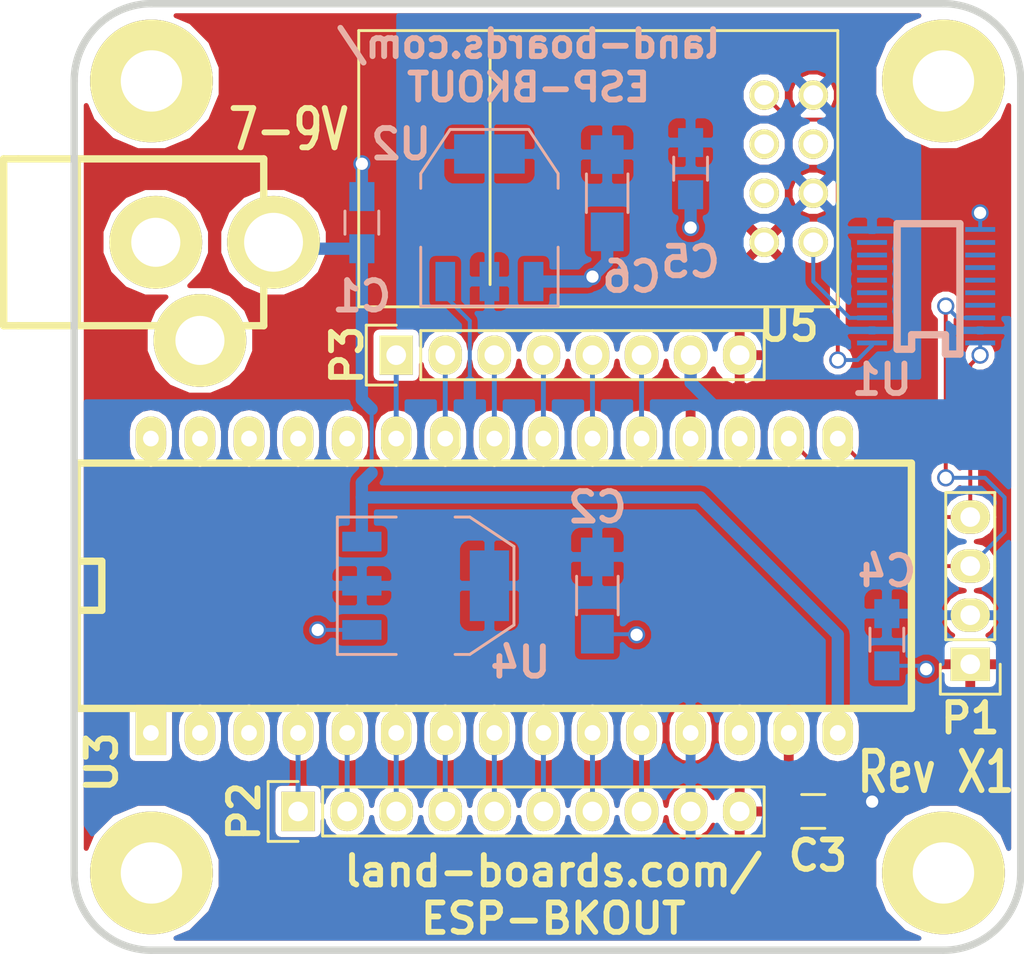
<source format=kicad_pcb>
(kicad_pcb (version 4) (host pcbnew "(after 2015-mar-04 BZR unknown)-product")

  (general
    (links 54)
    (no_connects 0)
    (area -6.382001 0.494801 63.611882 59.190501)
    (thickness 1.6002)
    (drawings 16)
    (tracks 87)
    (zones 0)
    (modules 19)
    (nets 23)
  )

  (page A)
  (title_block
    (date "28 mar 2015")
    (rev X1)
  )

  (layers
    (0 Front signal)
    (31 Back signal)
    (36 B.SilkS user)
    (37 F.SilkS user)
    (38 B.Mask user)
    (39 F.Mask user)
    (40 Dwgs.User user hide)
    (44 Edge.Cuts user)
  )

  (setup
    (last_trace_width 0.635)
    (user_trace_width 0.254)
    (user_trace_width 0.635)
    (trace_clearance 0.254)
    (zone_clearance 0.3048)
    (zone_45_only no)
    (trace_min 0.2032)
    (segment_width 0.381)
    (edge_width 0.381)
    (via_size 0.889)
    (via_drill 0.635)
    (via_min_size 0.889)
    (via_min_drill 0.508)
    (uvia_size 0.508)
    (uvia_drill 0.127)
    (uvias_allowed no)
    (uvia_min_size 0.508)
    (uvia_min_drill 0.127)
    (pcb_text_width 0.3048)
    (pcb_text_size 1.524 2.032)
    (mod_edge_width 0.381)
    (mod_text_size 1.524 1.524)
    (mod_text_width 0.3048)
    (pad_size 6.35 6.35)
    (pad_drill 3.175)
    (pad_to_mask_clearance 0.1524)
    (aux_axis_origin 0 0)
    (visible_elements 7FFFFF7F)
    (pcbplotparams
      (layerselection 0x010f0_80000001)
      (usegerberextensions true)
      (excludeedgelayer true)
      (linewidth 0.150000)
      (plotframeref false)
      (viasonmask false)
      (mode 1)
      (useauxorigin false)
      (hpglpennumber 1)
      (hpglpenspeed 20)
      (hpglpendiameter 15)
      (hpglpenoverlay 0)
      (psnegative false)
      (psa4output false)
      (plotreference true)
      (plotvalue false)
      (plotinvisibletext false)
      (padsonsilk false)
      (subtractmaskfromsilk false)
      (outputformat 1)
      (mirror false)
      (drillshape 0)
      (scaleselection 1)
      (outputdirectory plots/))
  )

  (net 0 "")
  (net 1 GND)
  (net 2 /TXD5V)
  (net 3 /RXD5V)
  (net 4 /RXD)
  (net 5 /TXD)
  (net 6 +5V)
  (net 7 +3V3)
  (net 8 +9V)
  (net 9 /A0)
  (net 10 /A1)
  (net 11 /A2)
  (net 12 /A3)
  (net 13 /SDA)
  (net 14 /SCL)
  (net 15 /A6)
  (net 16 /A7)
  (net 17 /D7)
  (net 18 /D6)
  (net 19 /D5)
  (net 20 /D4)
  (net 21 /D3)
  (net 22 /D2)

  (net_class Default "This is the default net class."
    (clearance 0.254)
    (trace_width 0.2032)
    (via_dia 0.889)
    (via_drill 0.635)
    (uvia_dia 0.508)
    (uvia_drill 0.127)
    (add_net +3V3)
    (add_net +5V)
    (add_net +9V)
    (add_net /A0)
    (add_net /A1)
    (add_net /A2)
    (add_net /A3)
    (add_net /A6)
    (add_net /A7)
    (add_net /D2)
    (add_net /D3)
    (add_net /D4)
    (add_net /D5)
    (add_net /D6)
    (add_net /D7)
    (add_net /RXD)
    (add_net /RXD5V)
    (add_net /SCL)
    (add_net /SDA)
    (add_net /TXD)
    (add_net /TXD5V)
    (add_net GND)
  )

  (net_class POWER ""
    (clearance 0.254)
    (trace_width 0.635)
    (via_dia 0.889)
    (via_drill 0.635)
    (uvia_dia 0.508)
    (uvia_drill 0.127)
  )

  (module MTG-4-40 locked (layer Front) (tedit 50F036E3) (tstamp 51AF63A5)
    (at 14 55)
    (path /5030F2C2)
    (fp_text reference MTG3 (at -6.858 -0.635) (layer F.SilkS) hide
      (effects (font (thickness 0.3048)))
    )
    (fp_text value CONN_1 (at 0 -5.08) (layer F.SilkS) hide
      (effects (font (thickness 0.3048)))
    )
    (pad 1 thru_hole circle (at 0 0) (size 6.35 6.35) (drill 3.175) (layers *.Cu *.Mask F.SilkS))
  )

  (module MTG-4-40 locked (layer Front) (tedit 50F036E3) (tstamp 51AF63AA)
    (at 55 55)
    (path /5030F2C1)
    (fp_text reference MTG4 (at -6.858 -0.635) (layer F.SilkS) hide
      (effects (font (thickness 0.3048)))
    )
    (fp_text value CONN_1 (at 0 -5.08) (layer F.SilkS) hide
      (effects (font (thickness 0.3048)))
    )
    (pad 1 thru_hole circle (at 0 0) (size 6.35 6.35) (drill 3.175) (layers *.Cu *.Mask F.SilkS))
  )

  (module MTG-4-40 locked (layer Front) (tedit 50F036E3) (tstamp 51AF63AF)
    (at 55 14)
    (path /5030F2BD)
    (fp_text reference MTG2 (at -6.858 -0.635) (layer F.SilkS) hide
      (effects (font (thickness 0.3048)))
    )
    (fp_text value CONN_1 (at 0 -5.08) (layer F.SilkS) hide
      (effects (font (thickness 0.3048)))
    )
    (pad 1 thru_hole circle (at 0 0) (size 6.35 6.35) (drill 3.175) (layers *.Cu *.Mask F.SilkS))
  )

  (module MTG-4-40 locked (layer Front) (tedit 50F036E3) (tstamp 51AF63B4)
    (at 14 14)
    (path /5030F2A7)
    (fp_text reference MTG1 (at -6.858 -0.635) (layer F.SilkS) hide
      (effects (font (thickness 0.3048)))
    )
    (fp_text value CONN_1 (at 0 -5.08) (layer F.SilkS) hide
      (effects (font (thickness 0.3048)))
    )
    (pad 1 thru_hole circle (at 0 0) (size 6.35 6.35) (drill 3.175) (layers *.Cu *.Mask F.SilkS))
  )

  (module Resistors_SMD:R_0805_HandSoldering (layer Front) (tedit 55ACFF65) (tstamp 55AA74AC)
    (at 48.26 51.816 180)
    (descr "Resistor SMD 0805, hand soldering")
    (tags "resistor 0805")
    (path /5030E7F8)
    (attr smd)
    (fp_text reference C3 (at -0.24 -2.284 180) (layer F.SilkS)
      (effects (font (thickness 0.3048)))
    )
    (fp_text value 0.1uF (at 0 2.1 180) (layer F.SilkS) hide
      (effects (font (size 1 1) (thickness 0.15)))
    )
    (fp_line (start -2.4 -1) (end 2.4 -1) (layer F.CrtYd) (width 0.05))
    (fp_line (start -2.4 1) (end 2.4 1) (layer F.CrtYd) (width 0.05))
    (fp_line (start -2.4 -1) (end -2.4 1) (layer F.CrtYd) (width 0.05))
    (fp_line (start 2.4 -1) (end 2.4 1) (layer F.CrtYd) (width 0.05))
    (fp_line (start 0.6 0.875) (end -0.6 0.875) (layer F.SilkS) (width 0.15))
    (fp_line (start -0.6 -0.875) (end 0.6 -0.875) (layer F.SilkS) (width 0.15))
    (pad 1 smd rect (at -1.35 0 180) (size 1.5 1.3) (layers Front F.Mask)
      (net 6 +5V))
    (pad 2 smd rect (at 1.35 0 180) (size 1.5 1.3) (layers Front F.Mask)
      (net 1 GND))
    (model Resistors_SMD.3dshapes/R_0805_HandSoldering.wrl
      (at (xyz 0 0 0))
      (scale (xyz 1 1 1))
      (rotate (xyz 0 0 0))
    )
  )

  (module Resistors_SMD:R_0805_HandSoldering (layer Back) (tedit 55ABF3AE) (tstamp 55AA74B7)
    (at 41.91 18.542 270)
    (descr "Resistor SMD 0805, hand soldering")
    (tags "resistor 0805")
    (path /5030E7F2)
    (attr smd)
    (fp_text reference C5 (at 4.826 0 360) (layer B.SilkS)
      (effects (font (thickness 0.3048)) (justify mirror))
    )
    (fp_text value 0.1uF (at 0 -2.1 270) (layer B.SilkS) hide
      (effects (font (size 1 1) (thickness 0.15)) (justify mirror))
    )
    (fp_line (start -2.4 1) (end 2.4 1) (layer B.CrtYd) (width 0.05))
    (fp_line (start -2.4 -1) (end 2.4 -1) (layer B.CrtYd) (width 0.05))
    (fp_line (start -2.4 1) (end -2.4 -1) (layer B.CrtYd) (width 0.05))
    (fp_line (start 2.4 1) (end 2.4 -1) (layer B.CrtYd) (width 0.05))
    (fp_line (start 0.6 -0.875) (end -0.6 -0.875) (layer B.SilkS) (width 0.15))
    (fp_line (start -0.6 0.875) (end 0.6 0.875) (layer B.SilkS) (width 0.15))
    (pad 1 smd rect (at -1.35 0 270) (size 1.5 1.3) (layers Back B.Mask)
      (net 7 +3V3))
    (pad 2 smd rect (at 1.35 0 270) (size 1.5 1.3) (layers Back B.Mask)
      (net 1 GND))
    (model Resistors_SMD.3dshapes/R_0805_HandSoldering.wrl
      (at (xyz 0 0 0))
      (scale (xyz 1 1 1))
      (rotate (xyz 0 0 0))
    )
  )

  (module Resistors_SMD:R_1206_HandSoldering (layer Back) (tedit 55ABF89E) (tstamp 55AA74C2)
    (at 37.592 19.812 270)
    (descr "Resistor SMD 1206, hand soldering")
    (tags "resistor 1206")
    (path /5030E7EC)
    (attr smd)
    (fp_text reference C6 (at 4.318 -1.27 360) (layer B.SilkS)
      (effects (font (thickness 0.3048)) (justify mirror))
    )
    (fp_text value 10uF (at 0 -2.3 270) (layer B.SilkS) hide
      (effects (font (size 1 1) (thickness 0.15)) (justify mirror))
    )
    (fp_line (start -3.3 1.2) (end 3.3 1.2) (layer B.CrtYd) (width 0.05))
    (fp_line (start -3.3 -1.2) (end 3.3 -1.2) (layer B.CrtYd) (width 0.05))
    (fp_line (start -3.3 1.2) (end -3.3 -1.2) (layer B.CrtYd) (width 0.05))
    (fp_line (start 3.3 1.2) (end 3.3 -1.2) (layer B.CrtYd) (width 0.05))
    (fp_line (start 1 -1.075) (end -1 -1.075) (layer B.SilkS) (width 0.15))
    (fp_line (start -1 1.075) (end 1 1.075) (layer B.SilkS) (width 0.15))
    (pad 1 smd rect (at -2 0 270) (size 2 1.7) (layers Back B.Mask)
      (net 7 +3V3))
    (pad 2 smd rect (at 2 0 270) (size 2 1.7) (layers Back B.Mask)
      (net 1 GND))
    (model Resistors_SMD.3dshapes/R_1206_HandSoldering.wrl
      (at (xyz 0 0 0))
      (scale (xyz 1 1 1))
      (rotate (xyz 0 0 0))
    )
  )

  (module Pin_Headers:Pin_Header_Straight_1x04 (layer Front) (tedit 55ABF8B2) (tstamp 55AA74CD)
    (at 56.388 44.196 180)
    (descr "Through hole pin header")
    (tags "pin header")
    (path /55AA68F9)
    (fp_text reference P1 (at 0 -2.794 180) (layer F.SilkS)
      (effects (font (thickness 0.3048)))
    )
    (fp_text value CONN_01X04 (at 0 -3.1 180) (layer F.SilkS) hide
      (effects (font (size 1 1) (thickness 0.15)))
    )
    (fp_line (start -1.75 -1.75) (end -1.75 9.4) (layer F.CrtYd) (width 0.05))
    (fp_line (start 1.75 -1.75) (end 1.75 9.4) (layer F.CrtYd) (width 0.05))
    (fp_line (start -1.75 -1.75) (end 1.75 -1.75) (layer F.CrtYd) (width 0.05))
    (fp_line (start -1.75 9.4) (end 1.75 9.4) (layer F.CrtYd) (width 0.05))
    (fp_line (start -1.27 1.27) (end -1.27 8.89) (layer F.SilkS) (width 0.15))
    (fp_line (start 1.27 1.27) (end 1.27 8.89) (layer F.SilkS) (width 0.15))
    (fp_line (start 1.55 -1.55) (end 1.55 0) (layer F.SilkS) (width 0.15))
    (fp_line (start -1.27 8.89) (end 1.27 8.89) (layer F.SilkS) (width 0.15))
    (fp_line (start 1.27 1.27) (end -1.27 1.27) (layer F.SilkS) (width 0.15))
    (fp_line (start -1.55 0) (end -1.55 -1.55) (layer F.SilkS) (width 0.15))
    (fp_line (start -1.55 -1.55) (end 1.55 -1.55) (layer F.SilkS) (width 0.15))
    (pad 1 thru_hole rect (at 0 0 180) (size 2.032 1.7272) (drill 1.016) (layers *.Cu *.Mask F.SilkS)
      (net 1 GND))
    (pad 2 thru_hole oval (at 0 2.54 180) (size 2.032 1.7272) (drill 1.016) (layers *.Cu *.Mask F.SilkS)
      (net 6 +5V))
    (pad 3 thru_hole oval (at 0 5.08 180) (size 2.032 1.7272) (drill 1.016) (layers *.Cu *.Mask F.SilkS)
      (net 2 /TXD5V))
    (pad 4 thru_hole oval (at 0 7.62 180) (size 2.032 1.7272) (drill 1.016) (layers *.Cu *.Mask F.SilkS)
      (net 3 /RXD5V))
    (model Pin_Headers.3dshapes/Pin_Header_Straight_1x04.wrl
      (at (xyz 0 -0.15 0))
      (scale (xyz 1 1 1))
      (rotate (xyz 0 0 90))
    )
  )

  (module dougsLib:SOG20 (layer Back) (tedit 55ABDB56) (tstamp 55AA74F6)
    (at 54.102 24.638 90)
    (descr "Cms SOJ 20 pins large")
    (tags "CMS SOJ")
    (path /55AA8869)
    (attr smd)
    (fp_text reference U1 (at -4.826 -2.286 360) (layer B.SilkS)
      (effects (font (thickness 0.3048)) (justify mirror))
    )
    (fp_text value TXS0108 (at 0.254 5.08 90) (layer B.SilkS) hide
      (effects (font (size 1.524 1.27) (thickness 0.127)) (justify mirror))
    )
    (fp_line (start -3.5 1.75) (end 3.25 1.75) (layer B.SilkS) (width 0.381))
    (fp_line (start 3.25 1.75) (end 3.25 -1.5) (layer B.SilkS) (width 0.381))
    (fp_line (start 3.25 -1.5) (end -3.25 -1.5) (layer B.SilkS) (width 0.381))
    (fp_line (start -3.25 -1.5) (end -3.25 -0.75) (layer B.SilkS) (width 0.381))
    (fp_line (start -3.25 -0.75) (end -2.5 -0.75) (layer B.SilkS) (width 0.381))
    (fp_line (start -2.5 -0.75) (end -2.5 1) (layer B.SilkS) (width 0.381))
    (fp_line (start -2.5 1) (end -3.5 1) (layer B.SilkS) (width 0.381))
    (fp_line (start -3.5 1) (end -3.5 1.75) (layer B.SilkS) (width 0.381))
    (pad 11 smd rect (at 2.95 2.8 90) (size 0.25 1.55) (layers Back B.Mask)
      (net 1 GND))
    (pad 12 smd rect (at 2.275 2.8 90) (size 0.25 1.55) (layers Back B.Mask))
    (pad 13 smd rect (at 1.625 2.8 90) (size 0.25 1.55) (layers Back B.Mask))
    (pad 14 smd rect (at 0.975 2.8 90) (size 0.25 1.55) (layers Back B.Mask))
    (pad 15 smd rect (at 0.325 2.8 90) (size 0.25 1.55) (layers Back B.Mask))
    (pad 16 smd rect (at -0.325 2.8 90) (size 0.25 1.55) (layers Back B.Mask))
    (pad 17 smd rect (at -0.975 2.8 90) (size 0.25 1.55) (layers Back B.Mask))
    (pad 18 smd rect (at -1.625 2.8 90) (size 0.25 1.55) (layers Back B.Mask)
      (net 2 /TXD5V))
    (pad 19 smd rect (at -2.275 2.8 90) (size 0.25 1.55) (layers Back B.Mask)
      (net 6 +5V))
    (pad 20 smd rect (at -2.925 2.8 90) (size 0.25 1.55) (layers Back B.Mask)
      (net 3 /RXD5V))
    (pad 1 smd rect (at -2.925 -2.8 90) (size 0.25 1.55) (layers Back B.Mask)
      (net 4 /RXD))
    (pad 2 smd rect (at -2.275 -2.8 90) (size 0.25 1.55) (layers Back B.Mask)
      (net 7 +3V3))
    (pad 3 smd rect (at -1.625 -2.8 90) (size 0.25 1.55) (layers Back B.Mask)
      (net 5 /TXD))
    (pad 4 smd rect (at -0.975 -2.8 90) (size 0.25 1.55) (layers Back B.Mask))
    (pad 5 smd rect (at -0.325 -2.8 90) (size 0.25 1.55) (layers Back B.Mask))
    (pad 6 smd rect (at 0.325 -2.8 90) (size 0.25 1.55) (layers Back B.Mask))
    (pad 7 smd rect (at 0.975 -2.8 90) (size 0.25 1.55) (layers Back B.Mask))
    (pad 8 smd rect (at 1.625 -2.8 90) (size 0.25 1.55) (layers Back B.Mask))
    (pad 9 smd rect (at 2.275 -2.8 90) (size 0.25 1.55) (layers Back B.Mask))
    (pad 10 smd rect (at 2.925 -2.8 90) (size 0.25 1.55) (layers Back B.Mask)
      (net 7 +3V3))
    (model smd/cms_so20.wrl
      (at (xyz 0 0 0))
      (scale (xyz 0.5 0.6 0.5))
      (rotate (xyz 0 0 0))
    )
  )

  (module SMD_Packages:SOT-223 (layer Back) (tedit 55ABF898) (tstamp 55AA7515)
    (at 31.496 21.082 180)
    (descr "module CMS SOT223 4 pins")
    (tags "CMS SOT")
    (path /5030E794)
    (attr smd)
    (fp_text reference U2 (at 4.572 3.81 180) (layer B.SilkS)
      (effects (font (thickness 0.3048)) (justify mirror))
    )
    (fp_text value AP1117-3.3V (at 0 -0.762 180) (layer B.SilkS) hide
      (effects (font (size 1 1) (thickness 0.15)) (justify mirror))
    )
    (fp_line (start -3.556 -1.524) (end -3.556 -4.572) (layer B.SilkS) (width 0.15))
    (fp_line (start -3.556 -4.572) (end 3.556 -4.572) (layer B.SilkS) (width 0.15))
    (fp_line (start 3.556 -4.572) (end 3.556 -1.524) (layer B.SilkS) (width 0.15))
    (fp_line (start -3.556 1.524) (end -3.556 2.286) (layer B.SilkS) (width 0.15))
    (fp_line (start -3.556 2.286) (end -2.032 4.572) (layer B.SilkS) (width 0.15))
    (fp_line (start -2.032 4.572) (end 2.032 4.572) (layer B.SilkS) (width 0.15))
    (fp_line (start 2.032 4.572) (end 3.556 2.286) (layer B.SilkS) (width 0.15))
    (fp_line (start 3.556 2.286) (end 3.556 1.524) (layer B.SilkS) (width 0.15))
    (pad 4 smd rect (at 0 3.302 180) (size 3.6576 2.032) (layers Back B.Mask)
      (net 7 +3V3))
    (pad 2 smd rect (at 0 -3.302 180) (size 1.016 2.032) (layers Back B.Mask)
      (net 7 +3V3))
    (pad 3 smd rect (at 2.286 -3.302 180) (size 1.016 2.032) (layers Back B.Mask)
      (net 6 +5V))
    (pad 1 smd rect (at -2.286 -3.302 180) (size 1.016 2.032) (layers Back B.Mask)
      (net 1 GND))
    (model SMD_Packages.3dshapes/SOT-223.wrl
      (at (xyz 0 0 0))
      (scale (xyz 0.4 0.4 0.4))
      (rotate (xyz 0 0 0))
    )
  )

  (module arduino:arduino_mini (layer Front) (tedit 55ABCE10) (tstamp 55ABB877)
    (at 33.02 40.132)
    (descr "30 pins DIL package, elliptical pads, width 600mil (arduino mini)")
    (tags "DIL arduino mini")
    (path /55ABB26F)
    (fp_text reference U3 (at -21.59 9.144 90) (layer F.SilkS)
      (effects (font (thickness 0.3048)))
    )
    (fp_text value arduino_mini (at -0.635 3.175) (layer F.SilkS) hide
      (effects (font (size 1.778 1.778) (thickness 0.3048)))
    )
    (fp_line (start -22.86 -6.35) (end 20.32 -6.35) (layer F.SilkS) (width 0.381))
    (fp_line (start 20.32 -6.35) (end 20.32 6.35) (layer F.SilkS) (width 0.381))
    (fp_line (start 20.32 6.35) (end -22.86 6.35) (layer F.SilkS) (width 0.381))
    (fp_line (start -22.86 6.35) (end -22.86 -6.35) (layer F.SilkS) (width 0.381))
    (fp_line (start -22.86 1.27) (end -21.59 1.27) (layer F.SilkS) (width 0.381))
    (fp_line (start -21.59 1.27) (end -21.59 -1.27) (layer F.SilkS) (width 0.381))
    (fp_line (start -21.59 -1.27) (end -22.86 -1.27) (layer F.SilkS) (width 0.381))
    (pad 1 thru_hole rect (at -19.05 7.62) (size 1.5748 2.286) (drill 0.8128) (layers *.Cu *.Mask F.SilkS))
    (pad 2 thru_hole oval (at -16.51 7.62) (size 1.5748 2.286) (drill 0.8128) (layers *.Cu *.Mask F.SilkS))
    (pad 3 thru_hole oval (at -13.97 7.62) (size 1.5748 2.286) (drill 0.8128) (layers *.Cu *.Mask F.SilkS))
    (pad 4 thru_hole oval (at -11.43 7.62) (size 1.5748 2.286) (drill 0.8128) (layers *.Cu *.Mask F.SilkS)
      (net 9 /A0))
    (pad 5 thru_hole oval (at -8.89 7.62) (size 1.5748 2.286) (drill 0.8128) (layers *.Cu *.Mask F.SilkS)
      (net 10 /A1))
    (pad 6 thru_hole oval (at -6.35 7.62) (size 1.5748 2.286) (drill 0.8128) (layers *.Cu *.Mask F.SilkS)
      (net 11 /A2))
    (pad 7 thru_hole oval (at -3.81 7.62) (size 1.5748 2.286) (drill 0.8128) (layers *.Cu *.Mask F.SilkS)
      (net 12 /A3))
    (pad 8 thru_hole oval (at -1.27 7.62) (size 1.5748 2.286) (drill 0.8128) (layers *.Cu *.Mask F.SilkS)
      (net 13 /SDA))
    (pad 9 thru_hole oval (at 1.27 7.62) (size 1.5748 2.286) (drill 0.8128) (layers *.Cu *.Mask F.SilkS)
      (net 14 /SCL))
    (pad 10 thru_hole oval (at 3.81 7.62) (size 1.5748 2.286) (drill 0.8128) (layers *.Cu *.Mask F.SilkS)
      (net 15 /A6))
    (pad 11 thru_hole oval (at 6.35 7.62) (size 1.5748 2.286) (drill 0.8128) (layers *.Cu *.Mask F.SilkS)
      (net 16 /A7))
    (pad 12 thru_hole oval (at 8.89 7.62) (size 1.5748 2.286) (drill 0.8128) (layers *.Cu *.Mask F.SilkS)
      (net 6 +5V))
    (pad 13 thru_hole oval (at 11.43 7.62) (size 1.5748 2.286) (drill 0.8128) (layers *.Cu *.Mask F.SilkS))
    (pad 14 thru_hole oval (at 13.97 7.62) (size 1.5748 2.286) (drill 0.8128) (layers *.Cu *.Mask F.SilkS)
      (net 1 GND))
    (pad 15 thru_hole oval (at 16.51 7.62) (size 1.5748 2.286) (drill 0.8128) (layers *.Cu *.Mask F.SilkS)
      (net 8 +9V))
    (pad 16 thru_hole oval (at 16.51 -7.62) (size 1.5748 2.286) (drill 0.8128) (layers *.Cu *.Mask F.SilkS)
      (net 3 /RXD5V))
    (pad 17 thru_hole oval (at 13.97 -7.62) (size 1.5748 2.286) (drill 0.8128) (layers *.Cu *.Mask F.SilkS)
      (net 2 /TXD5V))
    (pad 18 thru_hole oval (at 11.43 -7.62) (size 1.5748 2.286) (drill 0.8128) (layers *.Cu *.Mask F.SilkS))
    (pad 19 thru_hole oval (at 8.89 -7.62) (size 1.5748 2.286) (drill 0.8128) (layers *.Cu *.Mask F.SilkS)
      (net 1 GND))
    (pad 20 thru_hole oval (at 6.35 -7.62) (size 1.5748 2.286) (drill 0.8128) (layers *.Cu *.Mask F.SilkS)
      (net 22 /D2))
    (pad 21 thru_hole oval (at 3.81 -7.62) (size 1.5748 2.286) (drill 0.8128) (layers *.Cu *.Mask F.SilkS)
      (net 21 /D3))
    (pad 22 thru_hole oval (at 1.27 -7.62) (size 1.5748 2.286) (drill 0.8128) (layers *.Cu *.Mask F.SilkS)
      (net 20 /D4))
    (pad 23 thru_hole oval (at -1.27 -7.62) (size 1.5748 2.286) (drill 0.8128) (layers *.Cu *.Mask F.SilkS)
      (net 19 /D5))
    (pad 24 thru_hole oval (at -3.81 -7.62) (size 1.5748 2.286) (drill 0.8128) (layers *.Cu *.Mask F.SilkS)
      (net 18 /D6))
    (pad 25 thru_hole oval (at -6.35 -7.62) (size 1.5748 2.286) (drill 0.8128) (layers *.Cu *.Mask F.SilkS)
      (net 17 /D7))
    (pad 26 thru_hole oval (at -8.89 -7.62) (size 1.5748 2.286) (drill 0.8128) (layers *.Cu *.Mask F.SilkS))
    (pad 27 thru_hole oval (at -11.43 -7.62) (size 1.5748 2.286) (drill 0.8128) (layers *.Cu *.Mask F.SilkS))
    (pad 28 thru_hole oval (at -13.97 -7.62) (size 1.5748 2.286) (drill 0.8128) (layers *.Cu *.Mask F.SilkS))
    (pad 29 thru_hole oval (at -16.51 -7.62) (size 1.5748 2.286) (drill 0.8128) (layers *.Cu *.Mask F.SilkS))
    (pad 30 thru_hole oval (at -19.05 -7.62) (size 1.5748 2.286) (drill 0.8128) (layers *.Cu *.Mask F.SilkS))
  )

  (module Resistors_SMD:R_0805_HandSoldering (layer Back) (tedit 55ABF3CF) (tstamp 55ABBFBA)
    (at 24.892 21.336 90)
    (descr "Resistor SMD 0805, hand soldering")
    (tags "resistor 0805")
    (path /55ABBC4E)
    (attr smd)
    (fp_text reference C1 (at -3.81 0 180) (layer B.SilkS)
      (effects (font (thickness 0.3048)) (justify mirror))
    )
    (fp_text value 0.1uF (at 0 -2.1 90) (layer B.SilkS) hide
      (effects (font (size 1 1) (thickness 0.15)) (justify mirror))
    )
    (fp_line (start -2.4 1) (end 2.4 1) (layer B.CrtYd) (width 0.05))
    (fp_line (start -2.4 -1) (end 2.4 -1) (layer B.CrtYd) (width 0.05))
    (fp_line (start -2.4 1) (end -2.4 -1) (layer B.CrtYd) (width 0.05))
    (fp_line (start 2.4 1) (end 2.4 -1) (layer B.CrtYd) (width 0.05))
    (fp_line (start 0.6 -0.875) (end -0.6 -0.875) (layer B.SilkS) (width 0.15))
    (fp_line (start -0.6 0.875) (end 0.6 0.875) (layer B.SilkS) (width 0.15))
    (pad 1 smd rect (at -1.35 0 90) (size 1.5 1.3) (layers Back B.Mask)
      (net 8 +9V))
    (pad 2 smd rect (at 1.35 0 90) (size 1.5 1.3) (layers Back B.Mask)
      (net 1 GND))
    (model Resistors_SMD.3dshapes/R_0805_HandSoldering.wrl
      (at (xyz 0 0 0))
      (scale (xyz 1 1 1))
      (rotate (xyz 0 0 0))
    )
  )

  (module Resistors_SMD:R_1206_HandSoldering (layer Back) (tedit 55ABF8CF) (tstamp 55ABBFC6)
    (at 37.084 40.64 270)
    (descr "Resistor SMD 1206, hand soldering")
    (tags "resistor 1206")
    (path /55ABBC5A)
    (attr smd)
    (fp_text reference C2 (at -4.572 0 540) (layer B.SilkS)
      (effects (font (thickness 0.3048)) (justify mirror))
    )
    (fp_text value 10uF (at 0 -2.3 270) (layer B.SilkS) hide
      (effects (font (size 1 1) (thickness 0.15)) (justify mirror))
    )
    (fp_line (start -3.3 1.2) (end 3.3 1.2) (layer B.CrtYd) (width 0.05))
    (fp_line (start -3.3 -1.2) (end 3.3 -1.2) (layer B.CrtYd) (width 0.05))
    (fp_line (start -3.3 1.2) (end -3.3 -1.2) (layer B.CrtYd) (width 0.05))
    (fp_line (start 3.3 1.2) (end 3.3 -1.2) (layer B.CrtYd) (width 0.05))
    (fp_line (start 1 -1.075) (end -1 -1.075) (layer B.SilkS) (width 0.15))
    (fp_line (start -1 1.075) (end 1 1.075) (layer B.SilkS) (width 0.15))
    (pad 1 smd rect (at -2 0 270) (size 2 1.7) (layers Back B.Mask)
      (net 6 +5V))
    (pad 2 smd rect (at 2 0 270) (size 2 1.7) (layers Back B.Mask)
      (net 1 GND))
    (model Resistors_SMD.3dshapes/R_1206_HandSoldering.wrl
      (at (xyz 0 0 0))
      (scale (xyz 1 1 1))
      (rotate (xyz 0 0 0))
    )
  )

  (module Resistors_SMD:R_0805_HandSoldering (layer Back) (tedit 55ABF8C7) (tstamp 55ABBFD2)
    (at 52.07 42.926 270)
    (descr "Resistor SMD 0805, hand soldering")
    (tags "resistor 0805")
    (path /55ABBC54)
    (attr smd)
    (fp_text reference C4 (at -3.556 0 540) (layer B.SilkS)
      (effects (font (thickness 0.3048)) (justify mirror))
    )
    (fp_text value 0.1uF (at 0 -2.1 270) (layer B.SilkS) hide
      (effects (font (size 1 1) (thickness 0.15)) (justify mirror))
    )
    (fp_line (start -2.4 1) (end 2.4 1) (layer B.CrtYd) (width 0.05))
    (fp_line (start -2.4 -1) (end 2.4 -1) (layer B.CrtYd) (width 0.05))
    (fp_line (start -2.4 1) (end -2.4 -1) (layer B.CrtYd) (width 0.05))
    (fp_line (start 2.4 1) (end 2.4 -1) (layer B.CrtYd) (width 0.05))
    (fp_line (start 0.6 -0.875) (end -0.6 -0.875) (layer B.SilkS) (width 0.15))
    (fp_line (start -0.6 0.875) (end 0.6 0.875) (layer B.SilkS) (width 0.15))
    (pad 1 smd rect (at -1.35 0 270) (size 1.5 1.3) (layers Back B.Mask)
      (net 6 +5V))
    (pad 2 smd rect (at 1.35 0 270) (size 1.5 1.3) (layers Back B.Mask)
      (net 1 GND))
    (model Resistors_SMD.3dshapes/R_0805_HandSoldering.wrl
      (at (xyz 0 0 0))
      (scale (xyz 1 1 1))
      (rotate (xyz 0 0 0))
    )
  )

  (module SMD_Packages:SOT-223 (layer Back) (tedit 55AD097B) (tstamp 55ABBFE2)
    (at 28.194 40.132 90)
    (descr "module CMS SOT223 4 pins")
    (tags "CMS SOT")
    (path /55ABBC60)
    (attr smd)
    (fp_text reference U4 (at -3.968 4.906 360) (layer B.SilkS)
      (effects (font (thickness 0.3048)) (justify mirror))
    )
    (fp_text value AZ1117-5.0V (at 0 -0.762 90) (layer B.SilkS) hide
      (effects (font (size 1 1) (thickness 0.15)) (justify mirror))
    )
    (fp_line (start -3.556 -1.524) (end -3.556 -4.572) (layer B.SilkS) (width 0.15))
    (fp_line (start -3.556 -4.572) (end 3.556 -4.572) (layer B.SilkS) (width 0.15))
    (fp_line (start 3.556 -4.572) (end 3.556 -1.524) (layer B.SilkS) (width 0.15))
    (fp_line (start -3.556 1.524) (end -3.556 2.286) (layer B.SilkS) (width 0.15))
    (fp_line (start -3.556 2.286) (end -2.032 4.572) (layer B.SilkS) (width 0.15))
    (fp_line (start -2.032 4.572) (end 2.032 4.572) (layer B.SilkS) (width 0.15))
    (fp_line (start 2.032 4.572) (end 3.556 2.286) (layer B.SilkS) (width 0.15))
    (fp_line (start 3.556 2.286) (end 3.556 1.524) (layer B.SilkS) (width 0.15))
    (pad 4 smd rect (at 0 3.302 90) (size 3.6576 2.032) (layers Back B.Mask)
      (net 6 +5V))
    (pad 2 smd rect (at 0 -3.302 90) (size 1.016 2.032) (layers Back B.Mask)
      (net 6 +5V))
    (pad 3 smd rect (at 2.286 -3.302 90) (size 1.016 2.032) (layers Back B.Mask)
      (net 8 +9V))
    (pad 1 smd rect (at -2.286 -3.302 90) (size 1.016 2.032) (layers Back B.Mask)
      (net 1 GND))
    (model SMD_Packages.3dshapes/SOT-223.wrl
      (at (xyz 0 0 0))
      (scale (xyz 0.4 0.4 0.4))
      (rotate (xyz 0 0 0))
    )
  )

  (module dougsLib:JACK_2.1MM (layer Front) (tedit 500C5ED7) (tstamp 55ABCE2E)
    (at 14.224 22.352)
    (descr "DC Pwr, 2.1mm Jack")
    (tags "DC Power jack, 2.1mm")
    (path /55ABBEC2)
    (fp_text reference J1 (at -0.0508 -6.05028) (layer F.SilkS) hide
      (effects (font (thickness 0.3048)))
    )
    (fp_text value DCJ0202 (at -5.588 0.254 90) (layer F.SilkS) hide
      (effects (font (size 1.016 1.016) (thickness 0.254)))
    )
    (fp_line (start -7.112 -4.318) (end -7.874 -4.318) (layer F.SilkS) (width 0.381))
    (fp_line (start -7.874 -4.318) (end -7.874 4.318) (layer F.SilkS) (width 0.381))
    (fp_line (start -7.874 4.318) (end -7.112 4.318) (layer F.SilkS) (width 0.381))
    (fp_line (start -4.064 -4.318) (end -4.064 4.318) (layer F.SilkS) (width 0.381))
    (fp_line (start 5.588 -4.318) (end 5.588 4.318) (layer F.SilkS) (width 0.381))
    (fp_line (start -7.112 4.318) (end 5.588 4.318) (layer F.SilkS) (width 0.381))
    (fp_line (start -7.112 -4.318) (end 5.588 -4.318) (layer F.SilkS) (width 0.381))
    (pad 2 thru_hole circle (at 0 0) (size 4.8006 4.8006) (drill 2.54) (layers *.Cu *.Mask F.SilkS))
    (pad 1 thru_hole circle (at 6.096 0) (size 4.8006 4.8006) (drill 3.048) (layers *.Cu *.Mask F.SilkS)
      (net 8 +9V))
    (pad 3 thru_hole circle (at 2.286 5.08) (size 4.8006 4.8006) (drill 2.54) (layers *.Cu *.Mask F.SilkS))
    (model connectors/POWER_21.wrl
      (at (xyz 0 0 0))
      (scale (xyz 0.8 0.8 0.8))
      (rotate (xyz 0 0 0))
    )
  )

  (module DougsNewMods:ESP8266-ESP-01 (layer Front) (tedit 55ABF141) (tstamp 55ABC9FE)
    (at 49.53 18.542 90)
    (descr "ESP8266 ESP-01 wifi module -- Phillip Pearson")
    (path /55ABE02A)
    (fp_text reference U5 (at -8.128 -2.54 360) (layer F.SilkS)
      (effects (font (thickness 0.3048)))
    )
    (fp_text value ESP8266-ESP-01 (at 0 -10 90) (layer F.SilkS) hide
      (effects (font (size 1 1) (thickness 0.15)))
    )
    (fp_line (start -6 -18) (end 6 -18) (layer F.SilkS) (width 0.15))
    (fp_line (start -7.15 0) (end -7.15 -24.8) (layer F.SilkS) (width 0.15))
    (fp_line (start -7.15 -24.8) (end 7.15 -24.8) (layer F.SilkS) (width 0.15))
    (fp_line (start 7.15 -24.8) (end 7.15 0) (layer F.SilkS) (width 0.15))
    (fp_line (start 7.15 0) (end -7.15 0) (layer F.SilkS) (width 0.15))
    (pad 1 thru_hole circle (at -3.81 -1.27 90) (size 1.524 1.524) (drill 1.016) (layers *.Cu *.Mask F.SilkS)
      (net 5 /TXD))
    (pad 2 thru_hole circle (at -3.81 -3.81 90) (size 1.524 1.524) (drill 1.016) (layers *.Cu *.Mask F.SilkS)
      (net 1 GND))
    (pad 3 thru_hole circle (at -1.27 -1.27 90) (size 1.524 1.524) (drill 1.016) (layers *.Cu *.Mask F.SilkS)
      (net 7 +3V3))
    (pad 4 thru_hole circle (at -1.27 -3.81 90) (size 1.524 1.524) (drill 1.016) (layers *.Cu *.Mask F.SilkS))
    (pad 5 thru_hole circle (at 1.27 -1.27 90) (size 1.524 1.524) (drill 1.016) (layers *.Cu *.Mask F.SilkS))
    (pad 6 thru_hole circle (at 1.27 -3.81 90) (size 1.524 1.524) (drill 1.016) (layers *.Cu *.Mask F.SilkS))
    (pad 7 thru_hole circle (at 3.81 -1.27 90) (size 1.524 1.524) (drill 1.016) (layers *.Cu *.Mask F.SilkS)
      (net 7 +3V3))
    (pad 8 thru_hole circle (at 3.81 -3.81 90) (size 1.524 1.524) (drill 1.016) (layers *.Cu *.Mask F.SilkS)
      (net 4 /RXD))
  )

  (module Pin_Headers:Pin_Header_Straight_1x10 (layer Front) (tedit 55ABF8DE) (tstamp 55ABD02F)
    (at 21.59 51.816 90)
    (descr "Through hole pin header")
    (tags "pin header")
    (path /55ABEB26)
    (fp_text reference P2 (at 0 -2.794 90) (layer F.SilkS)
      (effects (font (thickness 0.3048)))
    )
    (fp_text value CONN_01X10 (at 0 -3.1 90) (layer F.SilkS) hide
      (effects (font (size 1 1) (thickness 0.15)))
    )
    (fp_line (start -1.75 -1.75) (end -1.75 24.65) (layer F.CrtYd) (width 0.05))
    (fp_line (start 1.75 -1.75) (end 1.75 24.65) (layer F.CrtYd) (width 0.05))
    (fp_line (start -1.75 -1.75) (end 1.75 -1.75) (layer F.CrtYd) (width 0.05))
    (fp_line (start -1.75 24.65) (end 1.75 24.65) (layer F.CrtYd) (width 0.05))
    (fp_line (start 1.27 1.27) (end 1.27 24.13) (layer F.SilkS) (width 0.15))
    (fp_line (start 1.27 24.13) (end -1.27 24.13) (layer F.SilkS) (width 0.15))
    (fp_line (start -1.27 24.13) (end -1.27 1.27) (layer F.SilkS) (width 0.15))
    (fp_line (start 1.55 -1.55) (end 1.55 0) (layer F.SilkS) (width 0.15))
    (fp_line (start 1.27 1.27) (end -1.27 1.27) (layer F.SilkS) (width 0.15))
    (fp_line (start -1.55 0) (end -1.55 -1.55) (layer F.SilkS) (width 0.15))
    (fp_line (start -1.55 -1.55) (end 1.55 -1.55) (layer F.SilkS) (width 0.15))
    (pad 1 thru_hole rect (at 0 0 90) (size 2.032 1.7272) (drill 1.016) (layers *.Cu *.Mask F.SilkS)
      (net 9 /A0))
    (pad 2 thru_hole oval (at 0 2.54 90) (size 2.032 1.7272) (drill 1.016) (layers *.Cu *.Mask F.SilkS)
      (net 10 /A1))
    (pad 3 thru_hole oval (at 0 5.08 90) (size 2.032 1.7272) (drill 1.016) (layers *.Cu *.Mask F.SilkS)
      (net 11 /A2))
    (pad 4 thru_hole oval (at 0 7.62 90) (size 2.032 1.7272) (drill 1.016) (layers *.Cu *.Mask F.SilkS)
      (net 12 /A3))
    (pad 5 thru_hole oval (at 0 10.16 90) (size 2.032 1.7272) (drill 1.016) (layers *.Cu *.Mask F.SilkS)
      (net 13 /SDA))
    (pad 6 thru_hole oval (at 0 12.7 90) (size 2.032 1.7272) (drill 1.016) (layers *.Cu *.Mask F.SilkS)
      (net 14 /SCL))
    (pad 7 thru_hole oval (at 0 15.24 90) (size 2.032 1.7272) (drill 1.016) (layers *.Cu *.Mask F.SilkS)
      (net 15 /A6))
    (pad 8 thru_hole oval (at 0 17.78 90) (size 2.032 1.7272) (drill 1.016) (layers *.Cu *.Mask F.SilkS)
      (net 16 /A7))
    (pad 9 thru_hole oval (at 0 20.32 90) (size 2.032 1.7272) (drill 1.016) (layers *.Cu *.Mask F.SilkS)
      (net 6 +5V))
    (pad 10 thru_hole oval (at 0 22.86 90) (size 2.032 1.7272) (drill 1.016) (layers *.Cu *.Mask F.SilkS)
      (net 1 GND))
    (model Pin_Headers.3dshapes/Pin_Header_Straight_1x10.wrl
      (at (xyz 0 -0.45 0))
      (scale (xyz 1 1 1))
      (rotate (xyz 0 0 90))
    )
  )

  (module Pin_Headers:Pin_Header_Straight_1x08 (layer Front) (tedit 55ABF880) (tstamp 55ABF742)
    (at 26.67 28.194 90)
    (descr "Through hole pin header")
    (tags "pin header")
    (path /55AC64F1)
    (fp_text reference P3 (at 0 -2.54 90) (layer F.SilkS)
      (effects (font (thickness 0.3048)))
    )
    (fp_text value CONN_01X08 (at 0 -3.1 90) (layer F.SilkS) hide
      (effects (font (size 1 1) (thickness 0.15)))
    )
    (fp_line (start -1.75 -1.75) (end -1.75 19.55) (layer F.CrtYd) (width 0.05))
    (fp_line (start 1.75 -1.75) (end 1.75 19.55) (layer F.CrtYd) (width 0.05))
    (fp_line (start -1.75 -1.75) (end 1.75 -1.75) (layer F.CrtYd) (width 0.05))
    (fp_line (start -1.75 19.55) (end 1.75 19.55) (layer F.CrtYd) (width 0.05))
    (fp_line (start 1.27 1.27) (end 1.27 19.05) (layer F.SilkS) (width 0.15))
    (fp_line (start 1.27 19.05) (end -1.27 19.05) (layer F.SilkS) (width 0.15))
    (fp_line (start -1.27 19.05) (end -1.27 1.27) (layer F.SilkS) (width 0.15))
    (fp_line (start 1.55 -1.55) (end 1.55 0) (layer F.SilkS) (width 0.15))
    (fp_line (start 1.27 1.27) (end -1.27 1.27) (layer F.SilkS) (width 0.15))
    (fp_line (start -1.55 0) (end -1.55 -1.55) (layer F.SilkS) (width 0.15))
    (fp_line (start -1.55 -1.55) (end 1.55 -1.55) (layer F.SilkS) (width 0.15))
    (pad 1 thru_hole rect (at 0 0 90) (size 2.032 1.7272) (drill 1.016) (layers *.Cu *.Mask F.SilkS)
      (net 17 /D7))
    (pad 2 thru_hole oval (at 0 2.54 90) (size 2.032 1.7272) (drill 1.016) (layers *.Cu *.Mask F.SilkS)
      (net 18 /D6))
    (pad 3 thru_hole oval (at 0 5.08 90) (size 2.032 1.7272) (drill 1.016) (layers *.Cu *.Mask F.SilkS)
      (net 19 /D5))
    (pad 4 thru_hole oval (at 0 7.62 90) (size 2.032 1.7272) (drill 1.016) (layers *.Cu *.Mask F.SilkS)
      (net 20 /D4))
    (pad 5 thru_hole oval (at 0 10.16 90) (size 2.032 1.7272) (drill 1.016) (layers *.Cu *.Mask F.SilkS)
      (net 21 /D3))
    (pad 6 thru_hole oval (at 0 12.7 90) (size 2.032 1.7272) (drill 1.016) (layers *.Cu *.Mask F.SilkS)
      (net 22 /D2))
    (pad 7 thru_hole oval (at 0 15.24 90) (size 2.032 1.7272) (drill 1.016) (layers *.Cu *.Mask F.SilkS)
      (net 6 +5V))
    (pad 8 thru_hole oval (at 0 17.78 90) (size 2.032 1.7272) (drill 1.016) (layers *.Cu *.Mask F.SilkS)
      (net 1 GND))
    (model Pin_Headers.3dshapes/Pin_Header_Straight_1x08.wrl
      (at (xyz 0 -0.35 0))
      (scale (xyz 1 1 1))
      (rotate (xyz 0 0 90))
    )
  )

  (gr_text 7-9V (at 21.082 16.51) (layer F.SilkS)
    (effects (font (size 2.032 1.524) (thickness 0.3048)))
  )
  (gr_text "Rev X1" (at 54.61 49.784) (layer F.SilkS)
    (effects (font (size 2.032 1.524) (thickness 0.3048)))
  )
  (dimension 49 (width 0.3048) (layer Dwgs.User)
    (gr_text "49.000 mm" (at 0.3744 34.5 90) (layer Dwgs.User)
      (effects (font (size 2.032 1.524) (thickness 0.3048)))
    )
    (feature1 (pts (xy 14 10) (xy -1.2512 10)))
    (feature2 (pts (xy 14 59) (xy -1.2512 59)))
    (crossbar (pts (xy 2 59) (xy 2 10)))
    (arrow1a (pts (xy 2 10) (xy 2.58642 11.126503)))
    (arrow1b (pts (xy 2 10) (xy 1.41358 11.126503)))
    (arrow2a (pts (xy 2 59) (xy 2.58642 57.873497)))
    (arrow2b (pts (xy 2 59) (xy 1.41358 57.873497)))
  )
  (dimension 49 (width 0.3048) (layer Dwgs.User)
    (gr_text "49.000 mm" (at 34.5 2.374401) (layer Dwgs.User)
      (effects (font (size 2.032 1.524) (thickness 0.3048)))
    )
    (feature1 (pts (xy 10 14) (xy 10 0.748801)))
    (feature2 (pts (xy 59 14) (xy 59 0.748801)))
    (crossbar (pts (xy 59 4.000001) (xy 10 4.000001)))
    (arrow1a (pts (xy 10 4.000001) (xy 11.126503 3.413581)))
    (arrow1b (pts (xy 10 4.000001) (xy 11.126503 4.586421)))
    (arrow2a (pts (xy 59 4.000001) (xy 57.873497 3.413581)))
    (arrow2b (pts (xy 59 4.000001) (xy 57.873497 4.586421)))
  )
  (dimension 41 (width 0.3048) (layer Dwgs.User)
    (gr_text "41.000 mm" (at 34.5 6.374401) (layer Dwgs.User)
      (effects (font (size 2.032 1.524) (thickness 0.3048)))
    )
    (feature1 (pts (xy 55 14) (xy 55 4.748801)))
    (feature2 (pts (xy 14 14) (xy 14 4.748801)))
    (crossbar (pts (xy 14 8.000001) (xy 55 8.000001)))
    (arrow1a (pts (xy 55 8.000001) (xy 53.873497 8.586421)))
    (arrow1b (pts (xy 55 8.000001) (xy 53.873497 7.413581)))
    (arrow2a (pts (xy 14 8.000001) (xy 15.126503 8.586421)))
    (arrow2b (pts (xy 14 8.000001) (xy 15.126503 7.413581)))
  )
  (dimension 41 (width 0.3048) (layer Dwgs.User)
    (gr_text "41.000 mm" (at 6.3744 34.5 90) (layer Dwgs.User)
      (effects (font (size 2.032 1.524) (thickness 0.3048)))
    )
    (feature1 (pts (xy 14 14) (xy 4.7488 14)))
    (feature2 (pts (xy 14 55) (xy 4.7488 55)))
    (crossbar (pts (xy 8 55) (xy 8 14)))
    (arrow1a (pts (xy 8 14) (xy 8.58642 15.126503)))
    (arrow1b (pts (xy 8 14) (xy 7.41358 15.126503)))
    (arrow2a (pts (xy 8 55) (xy 8.58642 53.873497)))
    (arrow2b (pts (xy 8 55) (xy 7.41358 53.873497)))
  )
  (gr_text "land-boards.com/\nESP-BKOUT" (at 33.528 13.208) (layer B.SilkS)
    (effects (font (size 1.397 1.397) (thickness 0.3048)) (justify mirror))
  )
  (gr_text "land-boards.com/\nESP-BKOUT" (at 34.798 56.134) (layer F.SilkS)
    (effects (font (thickness 0.3048)))
  )
  (gr_line (start 10 55) (end 10 14) (angle 90) (layer Edge.Cuts) (width 0.381))
  (gr_line (start 55 59) (end 14 59) (angle 90) (layer Edge.Cuts) (width 0.381))
  (gr_line (start 59 14) (end 59 55) (angle 90) (layer Edge.Cuts) (width 0.381))
  (gr_line (start 14 10) (end 55 10) (angle 90) (layer Edge.Cuts) (width 0.381))
  (gr_arc (start 55 55) (end 59 55) (angle 90) (layer Edge.Cuts) (width 0.381))
  (gr_arc (start 55 14) (end 55 10) (angle 90) (layer Edge.Cuts) (width 0.381))
  (gr_arc (start 14 14) (end 10 14) (angle 90) (layer Edge.Cuts) (width 0.381))
  (gr_arc (start 14 55) (end 14 59) (angle 90) (layer Edge.Cuts) (width 0.381))

  (segment (start 56.902 21.688) (end 56.902 20.834) (width 0.2032) (layer Back) (net 1) (status 10))
  (via (at 56.896 20.828) (size 0.889) (layers Front Back) (net 1))
  (segment (start 56.902 20.834) (end 56.896 20.828) (width 0.2032) (layer Back) (net 1) (tstamp 55ABDB17))
  (segment (start 41.91 19.892) (end 41.91 21.59) (width 0.635) (layer Back) (net 1) (status 10))
  (via (at 41.91 21.59) (size 0.889) (layers Front Back) (net 1))
  (segment (start 37.592 21.812) (end 37.592 23.368) (width 0.635) (layer Back) (net 1) (status 10))
  (segment (start 36.576 24.384) (end 36.83 24.13) (width 0.635) (layer Back) (net 1) (tstamp 55ABDAF4))
  (via (at 36.83 24.13) (size 0.889) (layers Front Back) (net 1))
  (segment (start 36.576 24.384) (end 33.782 24.384) (width 0.635) (layer Back) (net 1) (status 20))
  (segment (start 37.592 23.368) (end 36.83 24.13) (width 0.635) (layer Back) (net 1) (tstamp 55ABDAFE))
  (segment (start 24.892 19.986) (end 24.892 18.288) (width 0.635) (layer Back) (net 1) (status 10))
  (via (at 24.892 18.288) (size 0.889) (layers Front Back) (net 1))
  (via (at 22.606 42.418) (size 0.889) (layers Front Back) (net 1))
  (segment (start 24.892 42.418) (end 22.606 42.418) (width 0.2032) (layer Back) (net 1) (status 10))
  (segment (start 39.084 42.64) (end 39.116 42.672) (width 0.2032) (layer Back) (net 1) (tstamp 55ABECED))
  (via (at 39.116 42.672) (size 0.889) (layers Front Back) (net 1))
  (segment (start 37.084 42.64) (end 39.084 42.64) (width 0.2032) (layer Back) (net 1) (status 10))
  (segment (start 53.928 44.276) (end 54.102 44.45) (width 0.2032) (layer Back) (net 1) (tstamp 55ABED1F))
  (via (at 54.102 44.45) (size 0.889) (layers Front Back) (net 1))
  (segment (start 52.07 44.276) (end 53.928 44.276) (width 0.2032) (layer Back) (net 1) (status 10))
  (segment (start 53.594 39.116) (end 46.99 32.512) (width 0.2032) (layer Front) (net 2) (tstamp 55ABEE63) (status 20))
  (segment (start 56.388 39.116) (end 53.594 39.116) (width 0.2032) (layer Front) (net 2) (status 10))
  (segment (start 58.166 37.338) (end 56.388 39.116) (width 0.2032) (layer Back) (net 2) (tstamp 55ABEE29) (status 20))
  (segment (start 58.166 35.56) (end 58.166 37.338) (width 0.2032) (layer Back) (net 2) (tstamp 55ABF057))
  (segment (start 55.727 26.263) (end 55.118 25.654) (width 0.2032) (layer Back) (net 2) (tstamp 55ABF071))
  (via (at 55.118 25.654) (size 0.889) (layers Front Back) (net 2))
  (segment (start 56.902 26.263) (end 55.727 26.263) (width 0.2032) (layer Back) (net 2) (status 10))
  (via (at 55.118 34.544) (size 0.889) (layers Front Back) (net 2))
  (segment (start 55.118 34.544) (end 57.15 34.544) (width 0.2032) (layer Back) (net 2) (tstamp 55ABF0A2))
  (segment (start 57.15 34.544) (end 58.166 35.56) (width 0.2032) (layer Back) (net 2) (tstamp 55ABF0A3))
  (segment (start 55.118 25.654) (end 55.118 34.544) (width 0.2032) (layer Front) (net 2))
  (segment (start 56.902 36.062) (end 56.388 36.576) (width 0.2032) (layer Back) (net 3) (tstamp 55ABEE18) (status 30))
  (segment (start 53.594 36.576) (end 49.53 32.512) (width 0.2032) (layer Front) (net 3) (tstamp 55ABEE5D) (status 20))
  (segment (start 56.388 36.576) (end 53.594 36.576) (width 0.2032) (layer Front) (net 3) (status 10))
  (segment (start 56.902 28.188) (end 56.896 28.194) (width 0.2032) (layer Back) (net 3) (tstamp 55ABF02F))
  (via (at 56.896 28.194) (size 0.889) (layers Front Back) (net 3))
  (segment (start 56.896 28.194) (end 56.388 28.702) (width 0.2032) (layer Front) (net 3) (tstamp 55ABF034))
  (segment (start 56.388 28.702) (end 56.388 36.576) (width 0.2032) (layer Front) (net 3) (tstamp 55ABF035) (status 20))
  (segment (start 56.902 27.563) (end 56.902 28.188) (width 0.2032) (layer Back) (net 3) (status 10))
  (segment (start 46.99 16.002) (end 45.72 14.732) (width 0.2032) (layer Front) (net 4) (tstamp 55ABF223) (status 20))
  (segment (start 49.53 16.51) (end 49.022 16.002) (width 0.2032) (layer Front) (net 4) (tstamp 55ABF21F))
  (segment (start 49.022 16.002) (end 46.99 16.002) (width 0.2032) (layer Front) (net 4) (tstamp 55ABF221))
  (segment (start 51.302 27.692) (end 50.546 28.448) (width 0.2032) (layer Back) (net 4) (tstamp 55ABF264))
  (segment (start 50.546 28.448) (end 49.53 28.448) (width 0.2032) (layer Back) (net 4) (tstamp 55ABF266))
  (via (at 49.53 28.448) (size 0.889) (layers Front Back) (net 4))
  (segment (start 49.53 28.448) (end 49.53 16.51) (width 0.2032) (layer Front) (net 4) (tstamp 55ABF26C))
  (segment (start 51.302 27.563) (end 51.302 27.692) (width 0.2032) (layer Back) (net 4) (status 10))
  (segment (start 51.302 26.263) (end 50.139 26.263) (width 0.2032) (layer Back) (net 5) (status 10))
  (segment (start 48.26 24.384) (end 48.26 22.352) (width 0.2032) (layer Back) (net 5) (tstamp 55ABDB33) (status 20))
  (segment (start 50.139 26.263) (end 48.26 24.384) (width 0.2032) (layer Back) (net 5) (tstamp 55ABDB31))
  (segment (start 41.91 28.194) (end 41.91 29.61) (width 0.635) (layer Back) (net 6))
  (segment (start 41.91 29.61) (end 43.1 30.8) (width 0.635) (layer Back) (net 6) (tstamp 55AD0AA8))
  (segment (start 30.48 29.6) (end 30.48 30.68) (width 0.635) (layer Back) (net 6))
  (segment (start 29.21 25.146) (end 30.48 26.416) (width 0.2032) (layer Back) (net 6) (tstamp 55ABF758) (status 10))
  (segment (start 30.48 30.7) (end 30.48 34.29) (width 0.2032) (layer Back) (net 6) (tstamp 55AD09B0))
  (segment (start 30.48 26.416) (end 30.48 29.6) (width 0.2032) (layer Back) (net 6) (tstamp 55ABF759))
  (segment (start 30.48 30.68) (end 30.5 30.7) (width 0.635) (layer Back) (net 6) (tstamp 55AD09AD))
  (segment (start 30.5 30.7) (end 30.48 30.7) (width 0.635) (layer Back) (net 6) (tstamp 55AD09AF))
  (segment (start 50.8 51.816) (end 51.308 51.308) (width 0.2032) (layer Front) (net 6) (tstamp 55ABED10))
  (via (at 51.308 51.308) (size 0.889) (layers Front Back) (net 6))
  (segment (start 49.61 51.816) (end 50.8 51.816) (width 0.2032) (layer Front) (net 6) (status 10))
  (segment (start 29.21 24.384) (end 29.21 25.146) (width 0.2032) (layer Back) (net 6) (status 30))
  (segment (start 24.892 30.48) (end 25.4 30.988) (width 0.635) (layer Back) (net 8))
  (segment (start 24.892 34.798) (end 25.4 34.29) (width 0.635) (layer Back) (net 8))
  (segment (start 25.4 30.988) (end 25.4 34.29) (width 0.2032) (layer Back) (net 8) (tstamp 55ABDA50))
  (segment (start 24.892 35.56) (end 24.892 34.798) (width 0.635) (layer Back) (net 8) (tstamp 55ABF4C1))
  (segment (start 24.892 22.686) (end 24.892 30.48) (width 0.635) (layer Back) (net 8) (status 10))
  (segment (start 24.892 37.846) (end 24.892 35.56) (width 0.635) (layer Back) (net 8) (status 10))
  (segment (start 24.892 22.686) (end 20.654 22.686) (width 0.635) (layer Back) (net 8) (status 30))
  (segment (start 20.654 22.686) (end 20.32 22.352) (width 0.635) (layer Back) (net 8) (tstamp 55ABDA47) (status 30))
  (segment (start 42.418 35.56) (end 49.53 42.672) (width 0.635) (layer Back) (net 8) (tstamp 55ABF4C3))
  (segment (start 49.53 42.672) (end 49.53 47.752) (width 0.635) (layer Back) (net 8) (tstamp 55ABF4C5) (status 20))
  (segment (start 24.892 35.56) (end 42.418 35.56) (width 0.635) (layer Back) (net 8))
  (segment (start 21.59 51.816) (end 21.59 47.752) (width 0.254) (layer Back) (net 9))
  (segment (start 24.13 51.816) (end 24.13 47.752) (width 0.254) (layer Back) (net 10))
  (segment (start 26.67 51.816) (end 26.67 47.752) (width 0.254) (layer Back) (net 11) (status 30))
  (segment (start 29.21 51.816) (end 29.21 47.752) (width 0.254) (layer Back) (net 12) (status 30))
  (segment (start 31.75 51.816) (end 31.75 47.752) (width 0.254) (layer Back) (net 13) (status 30))
  (segment (start 34.29 51.816) (end 34.29 47.752) (width 0.254) (layer Back) (net 14) (status 30))
  (segment (start 36.83 51.816) (end 36.83 47.752) (width 0.254) (layer Back) (net 15) (status 30))
  (segment (start 39.37 51.816) (end 39.37 47.752) (width 0.254) (layer Back) (net 16) (status 30))
  (segment (start 26.67 28.194) (end 26.67 32.512) (width 0.254) (layer Back) (net 17))
  (segment (start 29.21 28.194) (end 29.21 32.512) (width 0.254) (layer Back) (net 18))
  (segment (start 31.75 28.194) (end 31.75 32.512) (width 0.254) (layer Back) (net 19))
  (segment (start 34.29 28.194) (end 34.29 32.512) (width 0.254) (layer Back) (net 20))
  (segment (start 36.83 28.194) (end 36.83 32.512) (width 0.254) (layer Back) (net 21))
  (segment (start 39.37 28.194) (end 39.37 32.512) (width 0.254) (layer Back) (net 22))

  (zone (net 1) (net_name GND) (layer Front) (tstamp 51CC9453) (hatch edge 0.508)
    (connect_pads (clearance 0.3048))
    (min_thickness 0.254)
    (fill yes (arc_segments 16) (thermal_gap 0.508) (thermal_bridge_width 0.508))
    (polygon
      (pts
        (xy 13.81 10) (xy 55.085 10) (xy 58.895 13.81) (xy 58.895 55.085) (xy 55.085 58.895)
        (xy 13.81 58.895) (xy 10 54.45) (xy 10 13.81) (xy 13.81 10)
      )
    )
    (filled_polygon
      (pts
        (xy 58.3777 53.729735) (xy 58.059479 52.959581) (xy 58.039 52.939066) (xy 58.039 45.18591) (xy 58.039 44.933291)
        (xy 58.039 44.48175) (xy 58.039 43.91025) (xy 58.039 43.458709) (xy 58.039 43.20609) (xy 57.942327 42.972701)
        (xy 57.763698 42.794073) (xy 57.530309 42.6974) (xy 57.297055 42.6974) (xy 57.48475 42.571986) (xy 57.765558 42.151728)
        (xy 57.864164 41.656) (xy 57.765558 41.160272) (xy 57.48475 40.740014) (xy 57.064492 40.459206) (xy 56.696458 40.386)
        (xy 57.064492 40.312794) (xy 57.48475 40.031986) (xy 57.765558 39.611728) (xy 57.864164 39.116) (xy 57.765558 38.620272)
        (xy 57.48475 38.200014) (xy 57.064492 37.919206) (xy 56.696458 37.846) (xy 57.064492 37.772794) (xy 57.48475 37.491986)
        (xy 57.765558 37.071728) (xy 57.864164 36.576) (xy 57.765558 36.080272) (xy 57.48475 35.660014) (xy 57.064492 35.379206)
        (xy 56.9214 35.350743) (xy 56.9214 29.070322) (xy 57.069542 29.070452) (xy 57.391736 28.937324) (xy 57.638458 28.691032)
        (xy 57.772148 28.369072) (xy 57.772452 28.020458) (xy 57.639324 27.698264) (xy 57.393032 27.451542) (xy 57.071072 27.317852)
        (xy 56.722458 27.317548) (xy 56.400264 27.450676) (xy 56.153542 27.696968) (xy 56.019852 28.018928) (xy 56.019592 28.316065)
        (xy 56.010829 28.324829) (xy 55.895203 28.497877) (xy 55.8546 28.702) (xy 55.8546 34.041528) (xy 55.6514 33.837973)
        (xy 55.6514 26.359725) (xy 55.860458 26.151032) (xy 55.994148 25.829072) (xy 55.994452 25.480458) (xy 55.861324 25.158264)
        (xy 55.615032 24.911542) (xy 55.293072 24.777852) (xy 54.944458 24.777548) (xy 54.622264 24.910676) (xy 54.375542 25.156968)
        (xy 54.241852 25.478928) (xy 54.241548 25.827542) (xy 54.374676 26.149736) (xy 54.5846 26.360026) (xy 54.5846 33.838274)
        (xy 54.375542 34.046968) (xy 54.241852 34.368928) (xy 54.241548 34.717542) (xy 54.374676 35.039736) (xy 54.620968 35.286458)
        (xy 54.942928 35.420148) (xy 55.291542 35.420452) (xy 55.613736 35.287324) (xy 55.8546 35.046879) (xy 55.8546 35.350743)
        (xy 55.711508 35.379206) (xy 55.29125 35.660014) (xy 55.035613 36.0426) (xy 53.814942 36.0426) (xy 50.736191 32.963849)
        (xy 50.7492 32.898452) (xy 50.7492 32.125548) (xy 50.656394 31.65898) (xy 50.406452 31.284914) (xy 50.406452 28.274458)
        (xy 50.273324 27.952264) (xy 50.0634 27.741973) (xy 50.0634 16.51) (xy 50.022797 16.305877) (xy 50.022797 16.305876)
        (xy 49.976483 16.236563) (xy 49.907171 16.132829) (xy 49.907167 16.132826) (xy 49.399171 15.624829) (xy 49.226123 15.509203)
        (xy 49.180327 15.500093) (xy 49.271464 15.409116) (xy 49.453592 14.970503) (xy 49.454007 14.49558) (xy 49.272645 14.05665)
        (xy 48.937116 13.720536) (xy 48.498503 13.538408) (xy 48.02358 13.537993) (xy 47.58465 13.719355) (xy 47.248536 14.054884)
        (xy 47.066408 14.493497) (xy 47.065993 14.96842) (xy 47.247355 15.40735) (xy 47.308498 15.4686) (xy 47.210942 15.4686)
        (xy 46.854691 15.112349) (xy 46.913592 14.970503) (xy 46.914007 14.49558) (xy 46.732645 14.05665) (xy 46.397116 13.720536)
        (xy 45.958503 13.538408) (xy 45.48358 13.537993) (xy 45.04465 13.719355) (xy 44.708536 14.054884) (xy 44.526408 14.493497)
        (xy 44.525993 14.96842) (xy 44.707355 15.40735) (xy 45.042884 15.743464) (xy 45.481497 15.925592) (xy 45.95642 15.926007)
        (xy 46.100239 15.866581) (xy 46.612829 16.379171) (xy 46.785876 16.494797) (xy 46.785877 16.494797) (xy 46.99 16.5354)
        (xy 47.308123 16.5354) (xy 47.248536 16.594884) (xy 47.066408 17.033497) (xy 47.065993 17.50842) (xy 47.247355 17.94735)
        (xy 47.582884 18.283464) (xy 48.021497 18.465592) (xy 48.49642 18.466007) (xy 48.93535 18.284645) (xy 48.9966 18.223501)
        (xy 48.9966 18.860123) (xy 48.937116 18.800536) (xy 48.498503 18.618408) (xy 48.02358 18.617993) (xy 47.58465 18.799355)
        (xy 47.248536 19.134884) (xy 47.066408 19.573497) (xy 47.065993 20.04842) (xy 47.247355 20.48735) (xy 47.582884 20.823464)
        (xy 48.021497 21.005592) (xy 48.49642 21.006007) (xy 48.93535 20.824645) (xy 48.9966 20.763501) (xy 48.9966 21.400123)
        (xy 48.937116 21.340536) (xy 48.498503 21.158408) (xy 48.02358 21.157993) (xy 47.58465 21.339355) (xy 47.248536 21.674884)
        (xy 47.102464 22.026662) (xy 47.101362 22.004632) (xy 46.942397 21.620857) (xy 46.914007 21.612713) (xy 46.914007 19.57558)
        (xy 46.914007 17.03558) (xy 46.732645 16.59665) (xy 46.397116 16.260536) (xy 45.958503 16.078408) (xy 45.48358 16.077993)
        (xy 45.04465 16.259355) (xy 44.708536 16.594884) (xy 44.526408 17.033497) (xy 44.525993 17.50842) (xy 44.707355 17.94735)
        (xy 45.042884 18.283464) (xy 45.481497 18.465592) (xy 45.95642 18.466007) (xy 46.39535 18.284645) (xy 46.731464 17.949116)
        (xy 46.913592 17.510503) (xy 46.914007 17.03558) (xy 46.914007 19.57558) (xy 46.732645 19.13665) (xy 46.397116 18.800536)
        (xy 45.958503 18.618408) (xy 45.48358 18.617993) (xy 45.04465 18.799355) (xy 44.708536 19.134884) (xy 44.526408 19.573497)
        (xy 44.525993 20.04842) (xy 44.707355 20.48735) (xy 45.042884 20.823464) (xy 45.394662 20.969535) (xy 45.372632 20.970638)
        (xy 44.988857 21.129603) (xy 44.919392 21.371787) (xy 45.72 22.172395) (xy 46.520608 21.371787) (xy 46.451143 21.129603)
        (xy 46.02513 20.977616) (xy 46.39535 20.824645) (xy 46.731464 20.489116) (xy 46.913592 20.050503) (xy 46.914007 19.57558)
        (xy 46.914007 21.612713) (xy 46.700213 21.551392) (xy 45.899605 22.352) (xy 46.700213 23.152608) (xy 46.942397 23.083143)
        (xy 47.094383 22.65713) (xy 47.247355 23.02735) (xy 47.582884 23.363464) (xy 48.021497 23.545592) (xy 48.49642 23.546007)
        (xy 48.93535 23.364645) (xy 48.9966 23.303501) (xy 48.9966 27.742274) (xy 48.787542 27.950968) (xy 48.653852 28.272928)
        (xy 48.653548 28.621542) (xy 48.786676 28.943736) (xy 49.032968 29.190458) (xy 49.354928 29.324148) (xy 49.703542 29.324452)
        (xy 50.025736 29.191324) (xy 50.272458 28.945032) (xy 50.406148 28.623072) (xy 50.406452 28.274458) (xy 50.406452 31.284914)
        (xy 50.392105 31.263443) (xy 49.996568 30.999154) (xy 49.53 30.906348) (xy 49.063432 30.999154) (xy 48.667895 31.263443)
        (xy 48.403606 31.65898) (xy 48.3108 32.125548) (xy 48.3108 32.898452) (xy 48.355495 33.123154) (xy 48.196191 32.963849)
        (xy 48.2092 32.898452) (xy 48.2092 32.125548) (xy 48.116394 31.65898) (xy 47.852105 31.263443) (xy 47.456568 30.999154)
        (xy 46.99 30.906348) (xy 46.523432 30.999154) (xy 46.520608 31.00104) (xy 46.520608 23.332213) (xy 45.72 22.531605)
        (xy 45.540395 22.71121) (xy 45.540395 22.352) (xy 44.739787 21.551392) (xy 44.497603 21.620857) (xy 44.310856 22.144302)
        (xy 44.338638 22.699368) (xy 44.497603 23.083143) (xy 44.739787 23.152608) (xy 45.540395 22.352) (xy 45.540395 22.71121)
        (xy 44.919392 23.332213) (xy 44.988857 23.574397) (xy 45.512302 23.761144) (xy 46.067368 23.733362) (xy 46.451143 23.574397)
        (xy 46.520608 23.332213) (xy 46.520608 31.00104) (xy 46.127895 31.263443) (xy 45.935184 31.551855) (xy 45.935184 28.555913)
        (xy 45.935184 27.832087) (xy 45.741954 27.27968) (xy 45.352036 26.843268) (xy 44.824791 26.589291) (xy 44.809026 26.586642)
        (xy 44.577 26.707783) (xy 44.577 28.067) (xy 45.790924 28.067) (xy 45.935184 27.832087) (xy 45.935184 28.555913)
        (xy 45.790924 28.321) (xy 44.577 28.321) (xy 44.577 29.680217) (xy 44.809026 29.801358) (xy 44.824791 29.798709)
        (xy 45.352036 29.544732) (xy 45.741954 29.10832) (xy 45.935184 28.555913) (xy 45.935184 31.551855) (xy 45.863606 31.65898)
        (xy 45.7708 32.125548) (xy 45.7708 32.898452) (xy 45.863606 33.36502) (xy 46.127895 33.760557) (xy 46.523432 34.024846)
        (xy 46.99 34.117652) (xy 47.456568 34.024846) (xy 47.631571 33.907912) (xy 53.216826 39.493167) (xy 53.216829 39.493171)
        (xy 53.320563 39.562483) (xy 53.389876 39.608797) (xy 53.389877 39.608797) (xy 53.594 39.6494) (xy 55.035613 39.6494)
        (xy 55.29125 40.031986) (xy 55.711508 40.312794) (xy 56.079541 40.386) (xy 55.711508 40.459206) (xy 55.29125 40.740014)
        (xy 55.010442 41.160272) (xy 54.911836 41.656) (xy 55.010442 42.151728) (xy 55.29125 42.571986) (xy 55.478944 42.6974)
        (xy 55.245691 42.6974) (xy 55.012302 42.794073) (xy 54.833673 42.972701) (xy 54.737 43.20609) (xy 54.737 43.458709)
        (xy 54.737 43.91025) (xy 54.89575 44.069) (xy 56.261 44.069) (xy 56.261 44.049) (xy 56.515 44.049)
        (xy 56.515 44.069) (xy 57.88025 44.069) (xy 58.039 43.91025) (xy 58.039 44.48175) (xy 57.88025 44.323)
        (xy 56.515 44.323) (xy 56.515 45.53585) (xy 56.67375 45.6946) (xy 57.530309 45.6946) (xy 57.763698 45.597927)
        (xy 57.942327 45.419299) (xy 58.039 45.18591) (xy 58.039 52.939066) (xy 57.045755 51.944087) (xy 56.261 51.618228)
        (xy 56.261 45.53585) (xy 56.261 44.323) (xy 54.89575 44.323) (xy 54.737 44.48175) (xy 54.737 44.933291)
        (xy 54.737 45.18591) (xy 54.833673 45.419299) (xy 55.012302 45.597927) (xy 55.245691 45.6946) (xy 56.10225 45.6946)
        (xy 56.261 45.53585) (xy 56.261 51.618228) (xy 55.720584 51.393828) (xy 54.285711 51.392576) (xy 52.959581 51.940521)
        (xy 52.184452 52.714298) (xy 52.184452 51.134458) (xy 52.051324 50.812264) (xy 51.805032 50.565542) (xy 51.483072 50.431852)
        (xy 51.134458 50.431548) (xy 50.812264 50.564676) (xy 50.7492 50.627629) (xy 50.7492 48.138452) (xy 50.7492 47.365548)
        (xy 50.656394 46.89898) (xy 50.392105 46.503443) (xy 49.996568 46.239154) (xy 49.53 46.146348) (xy 49.063432 46.239154)
        (xy 48.667895 46.503443) (xy 48.403606 46.89898) (xy 48.363247 47.101877) (xy 48.255525 46.734738) (xy 47.905986 46.300809)
        (xy 47.416996 46.033673) (xy 47.33706 46.01699) (xy 47.117 46.139148) (xy 47.117 47.625) (xy 47.137 47.625)
        (xy 47.137 47.879) (xy 47.117 47.879) (xy 47.117 49.364852) (xy 47.33706 49.48701) (xy 47.416996 49.470327)
        (xy 47.905986 49.203191) (xy 48.255525 48.769262) (xy 48.363247 48.402122) (xy 48.403606 48.60502) (xy 48.667895 49.000557)
        (xy 49.063432 49.264846) (xy 49.53 49.357652) (xy 49.996568 49.264846) (xy 50.392105 49.000557) (xy 50.656394 48.60502)
        (xy 50.7492 48.138452) (xy 50.7492 50.627629) (xy 50.581694 50.794843) (xy 50.529755 50.759784) (xy 50.36 50.725741)
        (xy 48.86 50.725741) (xy 48.695356 50.757685) (xy 48.550649 50.852742) (xy 48.453784 50.996245) (xy 48.419741 51.166)
        (xy 48.419741 52.466) (xy 48.451685 52.630644) (xy 48.546742 52.775351) (xy 48.690245 52.872216) (xy 48.86 52.906259)
        (xy 50.36 52.906259) (xy 50.524644 52.874315) (xy 50.669351 52.779258) (xy 50.766216 52.635755) (xy 50.800259 52.466)
        (xy 50.800259 52.349348) (xy 51.004123 52.308797) (xy 51.177171 52.193171) (xy 51.186147 52.184194) (xy 51.481542 52.184452)
        (xy 51.803736 52.051324) (xy 52.050458 51.805032) (xy 52.184148 51.483072) (xy 52.184452 51.134458) (xy 52.184452 52.714298)
        (xy 51.944087 52.954245) (xy 51.393828 54.279416) (xy 51.392576 55.714289) (xy 51.940521 57.040419) (xy 52.954245 58.055913)
        (xy 53.729194 58.3777) (xy 48.295 58.3777) (xy 48.295 52.59231) (xy 48.295 52.339691) (xy 48.295 52.10175)
        (xy 48.295 51.53025) (xy 48.295 51.292309) (xy 48.295 51.03969) (xy 48.198327 50.806301) (xy 48.019698 50.627673)
        (xy 47.786309 50.531) (xy 47.19575 50.531) (xy 47.037 50.68975) (xy 47.037 51.689) (xy 48.13625 51.689)
        (xy 48.295 51.53025) (xy 48.295 52.10175) (xy 48.13625 51.943) (xy 47.037 51.943) (xy 47.037 52.94225)
        (xy 47.19575 53.101) (xy 47.786309 53.101) (xy 48.019698 53.004327) (xy 48.198327 52.825699) (xy 48.295 52.59231)
        (xy 48.295 58.3777) (xy 46.863 58.3777) (xy 46.863 49.364852) (xy 46.863 47.879) (xy 46.843 47.879)
        (xy 46.843 47.625) (xy 46.863 47.625) (xy 46.863 46.139148) (xy 46.64294 46.01699) (xy 46.563004 46.033673)
        (xy 46.074014 46.300809) (xy 45.724475 46.734738) (xy 45.6692 46.923124) (xy 45.6692 32.898452) (xy 45.6692 32.125548)
        (xy 45.576394 31.65898) (xy 45.312105 31.263443) (xy 44.916568 30.999154) (xy 44.45 30.906348) (xy 44.323 30.931609)
        (xy 44.323 29.680217) (xy 44.323 28.321) (xy 44.303 28.321) (xy 44.303 28.067) (xy 44.323 28.067)
        (xy 44.323 26.707783) (xy 44.090974 26.586642) (xy 44.075209 26.589291) (xy 43.547964 26.843268) (xy 43.158046 27.27968)
        (xy 43.085829 27.486132) (xy 42.825986 27.09725) (xy 42.405728 26.816442) (xy 41.91 26.717836) (xy 41.414272 26.816442)
        (xy 40.994014 27.09725) (xy 40.713206 27.517508) (xy 40.64 27.885541) (xy 40.566794 27.517508) (xy 40.285986 27.09725)
        (xy 39.865728 26.816442) (xy 39.37 26.717836) (xy 38.874272 26.816442) (xy 38.454014 27.09725) (xy 38.173206 27.517508)
        (xy 38.1 27.885541) (xy 38.026794 27.517508) (xy 37.745986 27.09725) (xy 37.325728 26.816442) (xy 36.83 26.717836)
        (xy 36.334272 26.816442) (xy 35.914014 27.09725) (xy 35.633206 27.517508) (xy 35.56 27.885541) (xy 35.486794 27.517508)
        (xy 35.205986 27.09725) (xy 34.785728 26.816442) (xy 34.29 26.717836) (xy 33.794272 26.816442) (xy 33.374014 27.09725)
        (xy 33.093206 27.517508) (xy 33.02 27.885541) (xy 32.946794 27.517508) (xy 32.665986 27.09725) (xy 32.245728 26.816442)
        (xy 31.75 26.717836) (xy 31.254272 26.816442) (xy 30.834014 27.09725) (xy 30.553206 27.517508) (xy 30.48 27.885541)
        (xy 30.406794 27.517508) (xy 30.125986 27.09725) (xy 29.705728 26.816442) (xy 29.21 26.717836) (xy 28.714272 26.816442)
        (xy 28.294014 27.09725) (xy 28.013206 27.517508) (xy 27.973859 27.715319) (xy 27.973859 27.178) (xy 27.941915 27.013356)
        (xy 27.846858 26.868649) (xy 27.703355 26.771784) (xy 27.5336 26.737741) (xy 25.8064 26.737741) (xy 25.641756 26.769685)
        (xy 25.497049 26.864742) (xy 25.400184 27.008245) (xy 25.366141 27.178) (xy 25.366141 29.21) (xy 25.398085 29.374644)
        (xy 25.493142 29.519351) (xy 25.636645 29.616216) (xy 25.8064 29.650259) (xy 27.5336 29.650259) (xy 27.698244 29.618315)
        (xy 27.842951 29.523258) (xy 27.939816 29.379755) (xy 27.973859 29.21) (xy 27.973859 28.67268) (xy 28.013206 28.870492)
        (xy 28.294014 29.29075) (xy 28.714272 29.571558) (xy 29.21 29.670164) (xy 29.705728 29.571558) (xy 30.125986 29.29075)
        (xy 30.406794 28.870492) (xy 30.48 28.502458) (xy 30.553206 28.870492) (xy 30.834014 29.29075) (xy 31.254272 29.571558)
        (xy 31.75 29.670164) (xy 32.245728 29.571558) (xy 32.665986 29.29075) (xy 32.946794 28.870492) (xy 33.02 28.502458)
        (xy 33.093206 28.870492) (xy 33.374014 29.29075) (xy 33.794272 29.571558) (xy 34.29 29.670164) (xy 34.785728 29.571558)
        (xy 35.205986 29.29075) (xy 35.486794 28.870492) (xy 35.56 28.502458) (xy 35.633206 28.870492) (xy 35.914014 29.29075)
        (xy 36.334272 29.571558) (xy 36.83 29.670164) (xy 37.325728 29.571558) (xy 37.745986 29.29075) (xy 38.026794 28.870492)
        (xy 38.1 28.502458) (xy 38.173206 28.870492) (xy 38.454014 29.29075) (xy 38.874272 29.571558) (xy 39.37 29.670164)
        (xy 39.865728 29.571558) (xy 40.285986 29.29075) (xy 40.566794 28.870492) (xy 40.64 28.502458) (xy 40.713206 28.870492)
        (xy 40.994014 29.29075) (xy 41.414272 29.571558) (xy 41.91 29.670164) (xy 42.405728 29.571558) (xy 42.825986 29.29075)
        (xy 43.085829 28.901867) (xy 43.158046 29.10832) (xy 43.547964 29.544732) (xy 44.075209 29.798709) (xy 44.090974 29.801358)
        (xy 44.323 29.680217) (xy 44.323 30.931609) (xy 43.983432 30.999154) (xy 43.587895 31.263443) (xy 43.323606 31.65898)
        (xy 43.283247 31.861877) (xy 43.175525 31.494738) (xy 42.825986 31.060809) (xy 42.336996 30.793673) (xy 42.25706 30.77699)
        (xy 42.037 30.899148) (xy 42.037 32.385) (xy 42.057 32.385) (xy 42.057 32.639) (xy 42.037 32.639)
        (xy 42.037 34.124852) (xy 42.25706 34.24701) (xy 42.336996 34.230327) (xy 42.825986 33.963191) (xy 43.175525 33.529262)
        (xy 43.283247 33.162122) (xy 43.323606 33.36502) (xy 43.587895 33.760557) (xy 43.983432 34.024846) (xy 44.45 34.117652)
        (xy 44.916568 34.024846) (xy 45.312105 33.760557) (xy 45.576394 33.36502) (xy 45.6692 32.898452) (xy 45.6692 46.923124)
        (xy 45.616752 47.101877) (xy 45.576394 46.89898) (xy 45.312105 46.503443) (xy 44.916568 46.239154) (xy 44.45 46.146348)
        (xy 43.983432 46.239154) (xy 43.587895 46.503443) (xy 43.323606 46.89898) (xy 43.2308 47.365548) (xy 43.2308 48.138452)
        (xy 43.323606 48.60502) (xy 43.587895 49.000557) (xy 43.983432 49.264846) (xy 44.45 49.357652) (xy 44.916568 49.264846)
        (xy 45.312105 49.000557) (xy 45.576394 48.60502) (xy 45.616752 48.402122) (xy 45.724475 48.769262) (xy 46.074014 49.203191)
        (xy 46.563004 49.470327) (xy 46.64294 49.48701) (xy 46.863 49.364852) (xy 46.863 58.3777) (xy 46.783 58.3777)
        (xy 46.783 52.94225) (xy 46.783 51.943) (xy 46.783 51.689) (xy 46.783 50.68975) (xy 46.62425 50.531)
        (xy 46.033691 50.531) (xy 45.800302 50.627673) (xy 45.640191 50.787782) (xy 45.352036 50.465268) (xy 44.824791 50.211291)
        (xy 44.809026 50.208642) (xy 44.577 50.329783) (xy 44.577 51.689) (xy 45.68375 51.689) (xy 45.790924 51.689)
        (xy 46.783 51.689) (xy 46.783 51.943) (xy 45.790924 51.943) (xy 45.68375 51.943) (xy 44.577 51.943)
        (xy 44.577 53.302217) (xy 44.809026 53.423358) (xy 44.824791 53.420709) (xy 45.352036 53.166732) (xy 45.640191 52.844217)
        (xy 45.800302 53.004327) (xy 46.033691 53.101) (xy 46.62425 53.101) (xy 46.783 52.94225) (xy 46.783 58.3777)
        (xy 44.323 58.3777) (xy 44.323 53.302217) (xy 44.323 51.943) (xy 44.303 51.943) (xy 44.303 51.689)
        (xy 44.323 51.689) (xy 44.323 50.329783) (xy 44.090974 50.208642) (xy 44.075209 50.211291) (xy 43.547964 50.465268)
        (xy 43.158046 50.90168) (xy 43.1292 50.984144) (xy 43.1292 48.138452) (xy 43.1292 47.365548) (xy 43.036394 46.89898)
        (xy 42.772105 46.503443) (xy 42.376568 46.239154) (xy 41.91 46.146348) (xy 41.783 46.171609) (xy 41.783 34.124852)
        (xy 41.783 32.639) (xy 41.763 32.639) (xy 41.763 32.385) (xy 41.783 32.385) (xy 41.783 30.899148)
        (xy 41.56294 30.77699) (xy 41.483004 30.793673) (xy 40.994014 31.060809) (xy 40.644475 31.494738) (xy 40.536752 31.861877)
        (xy 40.496394 31.65898) (xy 40.232105 31.263443) (xy 39.836568 30.999154) (xy 39.37 30.906348) (xy 38.903432 30.999154)
        (xy 38.507895 31.263443) (xy 38.243606 31.65898) (xy 38.1508 32.125548) (xy 38.1508 32.898452) (xy 38.243606 33.36502)
        (xy 38.507895 33.760557) (xy 38.903432 34.024846) (xy 39.37 34.117652) (xy 39.836568 34.024846) (xy 40.232105 33.760557)
        (xy 40.496394 33.36502) (xy 40.536752 33.162122) (xy 40.644475 33.529262) (xy 40.994014 33.963191) (xy 41.483004 34.230327)
        (xy 41.56294 34.24701) (xy 41.783 34.124852) (xy 41.783 46.171609) (xy 41.443432 46.239154) (xy 41.047895 46.503443)
        (xy 40.783606 46.89898) (xy 40.6908 47.365548) (xy 40.6908 48.138452) (xy 40.783606 48.60502) (xy 41.047895 49.000557)
        (xy 41.443432 49.264846) (xy 41.91 49.357652) (xy 42.376568 49.264846) (xy 42.772105 49.000557) (xy 43.036394 48.60502)
        (xy 43.1292 48.138452) (xy 43.1292 50.984144) (xy 43.085829 51.108132) (xy 42.825986 50.71925) (xy 42.405728 50.438442)
        (xy 41.91 50.339836) (xy 41.414272 50.438442) (xy 40.994014 50.71925) (xy 40.713206 51.139508) (xy 40.64 51.507541)
        (xy 40.5892 51.252151) (xy 40.5892 48.138452) (xy 40.5892 47.365548) (xy 40.496394 46.89898) (xy 40.232105 46.503443)
        (xy 39.836568 46.239154) (xy 39.37 46.146348) (xy 38.903432 46.239154) (xy 38.507895 46.503443) (xy 38.243606 46.89898)
        (xy 38.1508 47.365548) (xy 38.1508 48.138452) (xy 38.243606 48.60502) (xy 38.507895 49.000557) (xy 38.903432 49.264846)
        (xy 39.37 49.357652) (xy 39.836568 49.264846) (xy 40.232105 49.000557) (xy 40.496394 48.60502) (xy 40.5892 48.138452)
        (xy 40.5892 51.252151) (xy 40.566794 51.139508) (xy 40.285986 50.71925) (xy 39.865728 50.438442) (xy 39.37 50.339836)
        (xy 38.874272 50.438442) (xy 38.454014 50.71925) (xy 38.173206 51.139508) (xy 38.1 51.507541) (xy 38.0492 51.252151)
        (xy 38.0492 48.138452) (xy 38.0492 47.365548) (xy 38.0492 32.898452) (xy 38.0492 32.125548) (xy 37.956394 31.65898)
        (xy 37.692105 31.263443) (xy 37.296568 30.999154) (xy 36.83 30.906348) (xy 36.363432 30.999154) (xy 35.967895 31.263443)
        (xy 35.703606 31.65898) (xy 35.6108 32.125548) (xy 35.6108 32.898452) (xy 35.703606 33.36502) (xy 35.967895 33.760557)
        (xy 36.363432 34.024846) (xy 36.83 34.117652) (xy 37.296568 34.024846) (xy 37.692105 33.760557) (xy 37.956394 33.36502)
        (xy 38.0492 32.898452) (xy 38.0492 47.365548) (xy 37.956394 46.89898) (xy 37.692105 46.503443) (xy 37.296568 46.239154)
        (xy 36.83 46.146348) (xy 36.363432 46.239154) (xy 35.967895 46.503443) (xy 35.703606 46.89898) (xy 35.6108 47.365548)
        (xy 35.6108 48.138452) (xy 35.703606 48.60502) (xy 35.967895 49.000557) (xy 36.363432 49.264846) (xy 36.83 49.357652)
        (xy 37.296568 49.264846) (xy 37.692105 49.000557) (xy 37.956394 48.60502) (xy 38.0492 48.138452) (xy 38.0492 51.252151)
        (xy 38.026794 51.139508) (xy 37.745986 50.71925) (xy 37.325728 50.438442) (xy 36.83 50.339836) (xy 36.334272 50.438442)
        (xy 35.914014 50.71925) (xy 35.633206 51.139508) (xy 35.56 51.507541) (xy 35.5092 51.252151) (xy 35.5092 48.138452)
        (xy 35.5092 47.365548) (xy 35.5092 32.898452) (xy 35.5092 32.125548) (xy 35.416394 31.65898) (xy 35.152105 31.263443)
        (xy 34.756568 30.999154) (xy 34.29 30.906348) (xy 33.823432 30.999154) (xy 33.427895 31.263443) (xy 33.163606 31.65898)
        (xy 33.0708 32.125548) (xy 33.0708 32.898452) (xy 33.163606 33.36502) (xy 33.427895 33.760557) (xy 33.823432 34.024846)
        (xy 34.29 34.117652) (xy 34.756568 34.024846) (xy 35.152105 33.760557) (xy 35.416394 33.36502) (xy 35.5092 32.898452)
        (xy 35.5092 47.365548) (xy 35.416394 46.89898) (xy 35.152105 46.503443) (xy 34.756568 46.239154) (xy 34.29 46.146348)
        (xy 33.823432 46.239154) (xy 33.427895 46.503443) (xy 33.163606 46.89898) (xy 33.0708 47.365548) (xy 33.0708 48.138452)
        (xy 33.163606 48.60502) (xy 33.427895 49.000557) (xy 33.823432 49.264846) (xy 34.29 49.357652) (xy 34.756568 49.264846)
        (xy 35.152105 49.000557) (xy 35.416394 48.60502) (xy 35.5092 48.138452) (xy 35.5092 51.252151) (xy 35.486794 51.139508)
        (xy 35.205986 50.71925) (xy 34.785728 50.438442) (xy 34.29 50.339836) (xy 33.794272 50.438442) (xy 33.374014 50.71925)
        (xy 33.093206 51.139508) (xy 33.02 51.507541) (xy 32.9692 51.252151) (xy 32.9692 48.138452) (xy 32.9692 47.365548)
        (xy 32.9692 32.898452) (xy 32.9692 32.125548) (xy 32.876394 31.65898) (xy 32.612105 31.263443) (xy 32.216568 30.999154)
        (xy 31.75 30.906348) (xy 31.283432 30.999154) (xy 30.887895 31.263443) (xy 30.623606 31.65898) (xy 30.5308 32.125548)
        (xy 30.5308 32.898452) (xy 30.623606 33.36502) (xy 30.887895 33.760557) (xy 31.283432 34.024846) (xy 31.75 34.117652)
        (xy 32.216568 34.024846) (xy 32.612105 33.760557) (xy 32.876394 33.36502) (xy 32.9692 32.898452) (xy 32.9692 47.365548)
        (xy 32.876394 46.89898) (xy 32.612105 46.503443) (xy 32.216568 46.239154) (xy 31.75 46.146348) (xy 31.283432 46.239154)
        (xy 30.887895 46.503443) (xy 30.623606 46.89898) (xy 30.5308 47.365548) (xy 30.5308 48.138452) (xy 30.623606 48.60502)
        (xy 30.887895 49.000557) (xy 31.283432 49.264846) (xy 31.75 49.357652) (xy 32.216568 49.264846) (xy 32.612105 49.000557)
        (xy 32.876394 48.60502) (xy 32.9692 48.138452) (xy 32.9692 51.252151) (xy 32.946794 51.139508) (xy 32.665986 50.71925)
        (xy 32.245728 50.438442) (xy 31.75 50.339836) (xy 31.254272 50.438442) (xy 30.834014 50.71925) (xy 30.553206 51.139508)
        (xy 30.48 51.507541) (xy 30.4292 51.252151) (xy 30.4292 48.138452) (xy 30.4292 47.365548) (xy 30.4292 32.898452)
        (xy 30.4292 32.125548) (xy 30.336394 31.65898) (xy 30.072105 31.263443) (xy 29.676568 30.999154) (xy 29.21 30.906348)
        (xy 28.743432 30.999154) (xy 28.347895 31.263443) (xy 28.083606 31.65898) (xy 27.9908 32.125548) (xy 27.9908 32.898452)
        (xy 28.083606 33.36502) (xy 28.347895 33.760557) (xy 28.743432 34.024846) (xy 29.21 34.117652) (xy 29.676568 34.024846)
        (xy 30.072105 33.760557) (xy 30.336394 33.36502) (xy 30.4292 32.898452) (xy 30.4292 47.365548) (xy 30.336394 46.89898)
        (xy 30.072105 46.503443) (xy 29.676568 46.239154) (xy 29.21 46.146348) (xy 28.743432 46.239154) (xy 28.347895 46.503443)
        (xy 28.083606 46.89898) (xy 27.9908 47.365548) (xy 27.9908 48.138452) (xy 28.083606 48.60502) (xy 28.347895 49.000557)
        (xy 28.743432 49.264846) (xy 29.21 49.357652) (xy 29.676568 49.264846) (xy 30.072105 49.000557) (xy 30.336394 48.60502)
        (xy 30.4292 48.138452) (xy 30.4292 51.252151) (xy 30.406794 51.139508) (xy 30.125986 50.71925) (xy 29.705728 50.438442)
        (xy 29.21 50.339836) (xy 28.714272 50.438442) (xy 28.294014 50.71925) (xy 28.013206 51.139508) (xy 27.94 51.507541)
        (xy 27.8892 51.252151) (xy 27.8892 48.138452) (xy 27.8892 47.365548) (xy 27.8892 32.898452) (xy 27.8892 32.125548)
        (xy 27.796394 31.65898) (xy 27.532105 31.263443) (xy 27.136568 30.999154) (xy 26.67 30.906348) (xy 26.203432 30.999154)
        (xy 25.807895 31.263443) (xy 25.543606 31.65898) (xy 25.4508 32.125548) (xy 25.4508 32.898452) (xy 25.543606 33.36502)
        (xy 25.807895 33.760557) (xy 26.203432 34.024846) (xy 26.67 34.117652) (xy 27.136568 34.024846) (xy 27.532105 33.760557)
        (xy 27.796394 33.36502) (xy 27.8892 32.898452) (xy 27.8892 47.365548) (xy 27.796394 46.89898) (xy 27.532105 46.503443)
        (xy 27.136568 46.239154) (xy 26.67 46.146348) (xy 26.203432 46.239154) (xy 25.807895 46.503443) (xy 25.543606 46.89898)
        (xy 25.4508 47.365548) (xy 25.4508 48.138452) (xy 25.543606 48.60502) (xy 25.807895 49.000557) (xy 26.203432 49.264846)
        (xy 26.67 49.357652) (xy 27.136568 49.264846) (xy 27.532105 49.000557) (xy 27.796394 48.60502) (xy 27.8892 48.138452)
        (xy 27.8892 51.252151) (xy 27.866794 51.139508) (xy 27.585986 50.71925) (xy 27.165728 50.438442) (xy 26.67 50.339836)
        (xy 26.174272 50.438442) (xy 25.754014 50.71925) (xy 25.473206 51.139508) (xy 25.4 51.507541) (xy 25.3492 51.252151)
        (xy 25.3492 48.138452) (xy 25.3492 47.365548) (xy 25.3492 32.898452) (xy 25.3492 32.125548) (xy 25.256394 31.65898)
        (xy 24.992105 31.263443) (xy 24.596568 30.999154) (xy 24.13 30.906348) (xy 23.663432 30.999154) (xy 23.267895 31.263443)
        (xy 23.15259 31.436009) (xy 23.15259 21.791132) (xy 22.722337 20.74984) (xy 21.92635 19.952463) (xy 20.885811 19.520393)
        (xy 19.759132 19.51941) (xy 18.71784 19.949663) (xy 17.920463 20.74565) (xy 17.488393 21.786189) (xy 17.48741 22.912868)
        (xy 17.917663 23.95416) (xy 18.71365 24.751537) (xy 19.754189 25.183607) (xy 20.880868 25.18459) (xy 21.92216 24.754337)
        (xy 22.719537 23.95835) (xy 23.151607 22.917811) (xy 23.15259 21.791132) (xy 23.15259 31.436009) (xy 23.003606 31.65898)
        (xy 22.9108 32.125548) (xy 22.9108 32.898452) (xy 23.003606 33.36502) (xy 23.267895 33.760557) (xy 23.663432 34.024846)
        (xy 24.13 34.117652) (xy 24.596568 34.024846) (xy 24.992105 33.760557) (xy 25.256394 33.36502) (xy 25.3492 32.898452)
        (xy 25.3492 47.365548) (xy 25.256394 46.89898) (xy 24.992105 46.503443) (xy 24.596568 46.239154) (xy 24.13 46.146348)
        (xy 23.663432 46.239154) (xy 23.267895 46.503443) (xy 23.003606 46.89898) (xy 22.9108 47.365548) (xy 22.9108 48.138452)
        (xy 23.003606 48.60502) (xy 23.267895 49.000557) (xy 23.663432 49.264846) (xy 24.13 49.357652) (xy 24.596568 49.264846)
        (xy 24.992105 49.000557) (xy 25.256394 48.60502) (xy 25.3492 48.138452) (xy 25.3492 51.252151) (xy 25.326794 51.139508)
        (xy 25.045986 50.71925) (xy 24.625728 50.438442) (xy 24.13 50.339836) (xy 23.634272 50.438442) (xy 23.214014 50.71925)
        (xy 22.933206 51.139508) (xy 22.893859 51.337319) (xy 22.893859 50.8) (xy 22.861915 50.635356) (xy 22.8092 50.555106)
        (xy 22.8092 48.138452) (xy 22.8092 47.365548) (xy 22.8092 32.898452) (xy 22.8092 32.125548) (xy 22.716394 31.65898)
        (xy 22.452105 31.263443) (xy 22.056568 30.999154) (xy 21.59 30.906348) (xy 21.123432 30.999154) (xy 20.727895 31.263443)
        (xy 20.463606 31.65898) (xy 20.3708 32.125548) (xy 20.3708 32.898452) (xy 20.463606 33.36502) (xy 20.727895 33.760557)
        (xy 21.123432 34.024846) (xy 21.59 34.117652) (xy 22.056568 34.024846) (xy 22.452105 33.760557) (xy 22.716394 33.36502)
        (xy 22.8092 32.898452) (xy 22.8092 47.365548) (xy 22.716394 46.89898) (xy 22.452105 46.503443) (xy 22.056568 46.239154)
        (xy 21.59 46.146348) (xy 21.123432 46.239154) (xy 20.727895 46.503443) (xy 20.463606 46.89898) (xy 20.3708 47.365548)
        (xy 20.3708 48.138452) (xy 20.463606 48.60502) (xy 20.727895 49.000557) (xy 21.123432 49.264846) (xy 21.59 49.357652)
        (xy 22.056568 49.264846) (xy 22.452105 49.000557) (xy 22.716394 48.60502) (xy 22.8092 48.138452) (xy 22.8092 50.555106)
        (xy 22.766858 50.490649) (xy 22.623355 50.393784) (xy 22.4536 50.359741) (xy 20.7264 50.359741) (xy 20.561756 50.391685)
        (xy 20.417049 50.486742) (xy 20.320184 50.630245) (xy 20.286141 50.8) (xy 20.286141 52.832) (xy 20.318085 52.996644)
        (xy 20.413142 53.141351) (xy 20.556645 53.238216) (xy 20.7264 53.272259) (xy 22.4536 53.272259) (xy 22.618244 53.240315)
        (xy 22.762951 53.145258) (xy 22.859816 53.001755) (xy 22.893859 52.832) (xy 22.893859 52.29468) (xy 22.933206 52.492492)
        (xy 23.214014 52.91275) (xy 23.634272 53.193558) (xy 24.13 53.292164) (xy 24.625728 53.193558) (xy 25.045986 52.91275)
        (xy 25.326794 52.492492) (xy 25.4 52.124458) (xy 25.473206 52.492492) (xy 25.754014 52.91275) (xy 26.174272 53.193558)
        (xy 26.67 53.292164) (xy 27.165728 53.193558) (xy 27.585986 52.91275) (xy 27.866794 52.492492) (xy 27.94 52.124458)
        (xy 28.013206 52.492492) (xy 28.294014 52.91275) (xy 28.714272 53.193558) (xy 29.21 53.292164) (xy 29.705728 53.193558)
        (xy 30.125986 52.91275) (xy 30.406794 52.492492) (xy 30.48 52.124458) (xy 30.553206 52.492492) (xy 30.834014 52.91275)
        (xy 31.254272 53.193558) (xy 31.75 53.292164) (xy 32.245728 53.193558) (xy 32.665986 52.91275) (xy 32.946794 52.492492)
        (xy 33.02 52.124458) (xy 33.093206 52.492492) (xy 33.374014 52.91275) (xy 33.794272 53.193558) (xy 34.29 53.292164)
        (xy 34.785728 53.193558) (xy 35.205986 52.91275) (xy 35.486794 52.492492) (xy 35.56 52.124458) (xy 35.633206 52.492492)
        (xy 35.914014 52.91275) (xy 36.334272 53.193558) (xy 36.83 53.292164) (xy 37.325728 53.193558) (xy 37.745986 52.91275)
        (xy 38.026794 52.492492) (xy 38.1 52.124458) (xy 38.173206 52.492492) (xy 38.454014 52.91275) (xy 38.874272 53.193558)
        (xy 39.37 53.292164) (xy 39.865728 53.193558) (xy 40.285986 52.91275) (xy 40.566794 52.492492) (xy 40.64 52.124458)
        (xy 40.713206 52.492492) (xy 40.994014 52.91275) (xy 41.414272 53.193558) (xy 41.91 53.292164) (xy 42.405728 53.193558)
        (xy 42.825986 52.91275) (xy 43.085829 52.523867) (xy 43.158046 52.73032) (xy 43.547964 53.166732) (xy 44.075209 53.420709)
        (xy 44.090974 53.423358) (xy 44.323 53.302217) (xy 44.323 58.3777) (xy 20.2692 58.3777) (xy 20.2692 48.138452)
        (xy 20.2692 47.365548) (xy 20.2692 32.898452) (xy 20.2692 32.125548) (xy 20.176394 31.65898) (xy 19.912105 31.263443)
        (xy 19.516568 30.999154) (xy 19.34259 30.964547) (xy 19.34259 26.871132) (xy 18.912337 25.82984) (xy 18.11635 25.032463)
        (xy 17.075811 24.600393) (xy 15.981329 24.599438) (xy 16.623537 23.95835) (xy 17.055607 22.917811) (xy 17.05659 21.791132)
        (xy 16.626337 20.74984) (xy 15.83035 19.952463) (xy 14.789811 19.520393) (xy 13.663132 19.51941) (xy 12.62184 19.949663)
        (xy 11.824463 20.74565) (xy 11.392393 21.786189) (xy 11.39141 22.912868) (xy 11.821663 23.95416) (xy 12.61765 24.751537)
        (xy 13.658189 25.183607) (xy 14.75267 25.184561) (xy 14.110463 25.82565) (xy 13.678393 26.866189) (xy 13.67741 27.992868)
        (xy 14.107663 29.03416) (xy 14.90365 29.831537) (xy 15.944189 30.263607) (xy 17.070868 30.26459) (xy 18.11216 29.834337)
        (xy 18.909537 29.03835) (xy 19.341607 27.997811) (xy 19.34259 26.871132) (xy 19.34259 30.964547) (xy 19.05 30.906348)
        (xy 18.583432 30.999154) (xy 18.187895 31.263443) (xy 17.923606 31.65898) (xy 17.8308 32.125548) (xy 17.8308 32.898452)
        (xy 17.923606 33.36502) (xy 18.187895 33.760557) (xy 18.583432 34.024846) (xy 19.05 34.117652) (xy 19.516568 34.024846)
        (xy 19.912105 33.760557) (xy 20.176394 33.36502) (xy 20.2692 32.898452) (xy 20.2692 47.365548) (xy 20.176394 46.89898)
        (xy 19.912105 46.503443) (xy 19.516568 46.239154) (xy 19.05 46.146348) (xy 18.583432 46.239154) (xy 18.187895 46.503443)
        (xy 17.923606 46.89898) (xy 17.8308 47.365548) (xy 17.8308 48.138452) (xy 17.923606 48.60502) (xy 18.187895 49.000557)
        (xy 18.583432 49.264846) (xy 19.05 49.357652) (xy 19.516568 49.264846) (xy 19.912105 49.000557) (xy 20.176394 48.60502)
        (xy 20.2692 48.138452) (xy 20.2692 58.3777) (xy 17.7292 58.3777) (xy 17.7292 48.138452) (xy 17.7292 47.365548)
        (xy 17.7292 32.898452) (xy 17.7292 32.125548) (xy 17.636394 31.65898) (xy 17.372105 31.263443) (xy 16.976568 30.999154)
        (xy 16.51 30.906348) (xy 16.043432 30.999154) (xy 15.647895 31.263443) (xy 15.383606 31.65898) (xy 15.2908 32.125548)
        (xy 15.2908 32.898452) (xy 15.383606 33.36502) (xy 15.647895 33.760557) (xy 16.043432 34.024846) (xy 16.51 34.117652)
        (xy 16.976568 34.024846) (xy 17.372105 33.760557) (xy 17.636394 33.36502) (xy 17.7292 32.898452) (xy 17.7292 47.365548)
        (xy 17.636394 46.89898) (xy 17.372105 46.503443) (xy 16.976568 46.239154) (xy 16.51 46.146348) (xy 16.043432 46.239154)
        (xy 15.647895 46.503443) (xy 15.383606 46.89898) (xy 15.2908 47.365548) (xy 15.2908 48.138452) (xy 15.383606 48.60502)
        (xy 15.647895 49.000557) (xy 16.043432 49.264846) (xy 16.51 49.357652) (xy 16.976568 49.264846) (xy 17.372105 49.000557)
        (xy 17.636394 48.60502) (xy 17.7292 48.138452) (xy 17.7292 58.3777) (xy 15.270264 58.3777) (xy 16.040419 58.059479)
        (xy 17.055913 57.045755) (xy 17.606172 55.720584) (xy 17.607424 54.285711) (xy 17.059479 52.959581) (xy 16.045755 51.944087)
        (xy 15.197659 51.591926) (xy 15.197659 48.895) (xy 15.197659 46.609) (xy 15.1892 46.565401) (xy 15.1892 32.898452)
        (xy 15.1892 32.125548) (xy 15.096394 31.65898) (xy 14.832105 31.263443) (xy 14.436568 30.999154) (xy 13.97 30.906348)
        (xy 13.503432 30.999154) (xy 13.107895 31.263443) (xy 12.843606 31.65898) (xy 12.7508 32.125548) (xy 12.7508 32.898452)
        (xy 12.843606 33.36502) (xy 13.107895 33.760557) (xy 13.503432 34.024846) (xy 13.97 34.117652) (xy 14.436568 34.024846)
        (xy 14.832105 33.760557) (xy 15.096394 33.36502) (xy 15.1892 32.898452) (xy 15.1892 46.565401) (xy 15.165715 46.444356)
        (xy 15.070658 46.299649) (xy 14.927155 46.202784) (xy 14.7574 46.168741) (xy 13.1826 46.168741) (xy 13.017956 46.200685)
        (xy 12.873249 46.295742) (xy 12.776384 46.439245) (xy 12.742341 46.609) (xy 12.742341 48.895) (xy 12.774285 49.059644)
        (xy 12.869342 49.204351) (xy 13.012845 49.301216) (xy 13.1826 49.335259) (xy 14.7574 49.335259) (xy 14.922044 49.303315)
        (xy 15.066751 49.208258) (xy 15.163616 49.064755) (xy 15.197659 48.895) (xy 15.197659 51.591926) (xy 14.720584 51.393828)
        (xy 13.285711 51.392576) (xy 11.959581 51.940521) (xy 10.944087 52.954245) (xy 10.6223 53.729194) (xy 10.6223 15.270264)
        (xy 10.940521 16.040419) (xy 11.954245 17.055913) (xy 13.279416 17.606172) (xy 14.714289 17.607424) (xy 16.040419 17.059479)
        (xy 17.055913 16.045755) (xy 17.606172 14.720584) (xy 17.607424 13.285711) (xy 17.059479 11.959581) (xy 16.045755 10.944087)
        (xy 15.270805 10.6223) (xy 53.729735 10.6223) (xy 52.959581 10.940521) (xy 51.944087 11.954245) (xy 51.393828 13.279416)
        (xy 51.392576 14.714289) (xy 51.940521 16.040419) (xy 52.954245 17.055913) (xy 54.279416 17.606172) (xy 55.714289 17.607424)
        (xy 57.040419 17.059479) (xy 58.055913 16.045755) (xy 58.3777 15.270805) (xy 58.3777 53.729735)
      )
    )
  )
  (zone (net 7) (net_name +3V3) (layer Back) (tstamp 55ABDA90) (hatch edge 0.508)
    (connect_pads (clearance 0.3048))
    (min_thickness 0.254)
    (fill yes (arc_segments 16) (thermal_gap 0.508) (thermal_bridge_width 0.508))
    (polygon
      (pts
        (xy 26.67 9.906) (xy 53.848 10.16) (xy 53.848 29.464) (xy 26.67 29.464)
      )
    )
    (filled_polygon
      (pts
        (xy 53.721 29.337) (xy 52.712 29.337) (xy 52.712 27.164309) (xy 52.712 27.13425) (xy 52.712 26.69175)
        (xy 52.712 26.661691) (xy 52.615327 26.428302) (xy 52.517259 26.330233) (xy 52.517259 26.138) (xy 52.485315 25.973356)
        (xy 52.46244 25.938533) (xy 52.483216 25.907755) (xy 52.517259 25.738) (xy 52.517259 25.488) (xy 52.485315 25.323356)
        (xy 52.46244 25.288533) (xy 52.483216 25.257755) (xy 52.517259 25.088) (xy 52.517259 24.838) (xy 52.485315 24.673356)
        (xy 52.46244 24.638533) (xy 52.483216 24.607755) (xy 52.517259 24.438) (xy 52.517259 24.188) (xy 52.485315 24.023356)
        (xy 52.46244 23.988533) (xy 52.483216 23.957755) (xy 52.517259 23.788) (xy 52.517259 23.538) (xy 52.485315 23.373356)
        (xy 52.46244 23.338533) (xy 52.483216 23.307755) (xy 52.517259 23.138) (xy 52.517259 22.888) (xy 52.485315 22.723356)
        (xy 52.46244 22.688533) (xy 52.483216 22.657755) (xy 52.517259 22.488) (xy 52.517259 22.295766) (xy 52.615327 22.197698)
        (xy 52.712 21.964309) (xy 52.712 21.93425) (xy 52.712 21.49175) (xy 52.712 21.461691) (xy 52.615327 21.228302)
        (xy 52.436699 21.049673) (xy 52.20331 20.953) (xy 51.950691 20.953) (xy 51.58775 20.953) (xy 51.429 21.11175)
        (xy 51.429 21.6505) (xy 52.55325 21.6505) (xy 52.712 21.49175) (xy 52.712 21.93425) (xy 52.55325 21.7755)
        (xy 51.429 21.7755) (xy 51.429 21.797741) (xy 51.175 21.797741) (xy 51.175 21.7755) (xy 51.175 21.6505)
        (xy 51.175 21.11175) (xy 51.01625 20.953) (xy 50.653309 20.953) (xy 50.40069 20.953) (xy 50.167301 21.049673)
        (xy 49.988673 21.228302) (xy 49.892 21.461691) (xy 49.892 21.49175) (xy 50.05075 21.6505) (xy 51.175 21.6505)
        (xy 51.175 21.7755) (xy 50.05075 21.7755) (xy 49.892 21.93425) (xy 49.892 21.964309) (xy 49.988673 22.197698)
        (xy 50.086741 22.295766) (xy 50.086741 22.488) (xy 50.118685 22.652644) (xy 50.141559 22.687466) (xy 50.120784 22.718245)
        (xy 50.086741 22.888) (xy 50.086741 23.138) (xy 50.118685 23.302644) (xy 50.141559 23.337466) (xy 50.120784 23.368245)
        (xy 50.086741 23.538) (xy 50.086741 23.788) (xy 50.118685 23.952644) (xy 50.141559 23.987466) (xy 50.120784 24.018245)
        (xy 50.086741 24.188) (xy 50.086741 24.438) (xy 50.118685 24.602644) (xy 50.141559 24.637466) (xy 50.120784 24.668245)
        (xy 50.086741 24.838) (xy 50.086741 25.088) (xy 50.118685 25.252644) (xy 50.141559 25.287466) (xy 50.120784 25.318245)
        (xy 50.092019 25.461677) (xy 49.669144 25.038802) (xy 49.669144 20.019698) (xy 49.669144 14.939698) (xy 49.641362 14.384632)
        (xy 49.482397 14.000857) (xy 49.240213 13.931392) (xy 49.060608 14.110997) (xy 49.060608 13.751787) (xy 48.991143 13.509603)
        (xy 48.467698 13.322856) (xy 47.912632 13.350638) (xy 47.528857 13.509603) (xy 47.459392 13.751787) (xy 48.26 14.552395)
        (xy 49.060608 13.751787) (xy 49.060608 14.110997) (xy 48.439605 14.732) (xy 49.240213 15.532608) (xy 49.482397 15.463143)
        (xy 49.669144 14.939698) (xy 49.669144 20.019698) (xy 49.641362 19.464632) (xy 49.482397 19.080857) (xy 49.454007 19.072713)
        (xy 49.454007 17.03558) (xy 49.272645 16.59665) (xy 48.937116 16.260536) (xy 48.585337 16.114464) (xy 48.607368 16.113362)
        (xy 48.991143 15.954397) (xy 49.060608 15.712213) (xy 48.26 14.911605) (xy 48.080395 15.09121) (xy 48.080395 14.732)
        (xy 47.279787 13.931392) (xy 47.037603 14.000857) (xy 46.885616 14.426869) (xy 46.732645 14.05665) (xy 46.397116 13.720536)
        (xy 45.958503 13.538408) (xy 45.48358 13.537993) (xy 45.04465 13.719355) (xy 44.708536 14.054884) (xy 44.526408 14.493497)
        (xy 44.525993 14.96842) (xy 44.707355 15.40735) (xy 45.042884 15.743464) (xy 45.481497 15.925592) (xy 45.95642 15.926007)
        (xy 46.39535 15.744645) (xy 46.731464 15.409116) (xy 46.877535 15.057337) (xy 46.878638 15.079368) (xy 47.037603 15.463143)
        (xy 47.279787 15.532608) (xy 48.080395 14.732) (xy 48.080395 15.09121) (xy 47.459392 15.712213) (xy 47.528857 15.954397)
        (xy 47.954869 16.106383) (xy 47.58465 16.259355) (xy 47.248536 16.594884) (xy 47.066408 17.033497) (xy 47.065993 17.50842)
        (xy 47.247355 17.94735) (xy 47.582884 18.283464) (xy 47.934662 18.429535) (xy 47.912632 18.430638) (xy 47.528857 18.589603)
        (xy 47.459392 18.831787) (xy 48.26 19.632395) (xy 49.060608 18.831787) (xy 48.991143 18.589603) (xy 48.56513 18.437616)
        (xy 48.93535 18.284645) (xy 49.271464 17.949116) (xy 49.453592 17.510503) (xy 49.454007 17.03558) (xy 49.454007 19.072713)
        (xy 49.240213 19.011392) (xy 48.439605 19.812) (xy 49.240213 20.612608) (xy 49.482397 20.543143) (xy 49.669144 20.019698)
        (xy 49.669144 25.038802) (xy 48.7934 24.163058) (xy 48.7934 23.423297) (xy 48.93535 23.364645) (xy 49.271464 23.029116)
        (xy 49.453592 22.590503) (xy 49.454007 22.11558) (xy 49.272645 21.67665) (xy 48.937116 21.340536) (xy 48.585337 21.194464)
        (xy 48.607368 21.193362) (xy 48.991143 21.034397) (xy 49.060608 20.792213) (xy 48.26 19.991605) (xy 48.080395 20.17121)
        (xy 48.080395 19.812) (xy 47.279787 19.011392) (xy 47.037603 19.080857) (xy 46.914007 19.42729) (xy 46.914007 17.03558)
        (xy 46.732645 16.59665) (xy 46.397116 16.260536) (xy 45.958503 16.078408) (xy 45.48358 16.077993) (xy 45.04465 16.259355)
        (xy 44.708536 16.594884) (xy 44.526408 17.033497) (xy 44.525993 17.50842) (xy 44.707355 17.94735) (xy 45.042884 18.283464)
        (xy 45.481497 18.465592) (xy 45.95642 18.466007) (xy 46.39535 18.284645) (xy 46.731464 17.949116) (xy 46.913592 17.510503)
        (xy 46.914007 17.03558) (xy 46.914007 19.42729) (xy 46.885616 19.506869) (xy 46.732645 19.13665) (xy 46.397116 18.800536)
        (xy 45.958503 18.618408) (xy 45.48358 18.617993) (xy 45.04465 18.799355) (xy 44.708536 19.134884) (xy 44.526408 19.573497)
        (xy 44.525993 20.04842) (xy 44.707355 20.48735) (xy 45.042884 20.823464) (xy 45.481497 21.005592) (xy 45.95642 21.006007)
        (xy 46.39535 20.824645) (xy 46.731464 20.489116) (xy 46.877535 20.137337) (xy 46.878638 20.159368) (xy 47.037603 20.543143)
        (xy 47.279787 20.612608) (xy 48.080395 19.812) (xy 48.080395 20.17121) (xy 47.459392 20.792213) (xy 47.528857 21.034397)
        (xy 47.954869 21.186383) (xy 47.58465 21.339355) (xy 47.248536 21.674884) (xy 47.066408 22.113497) (xy 47.065993 22.58842)
        (xy 47.247355 23.02735) (xy 47.582884 23.363464) (xy 47.7266 23.42314) (xy 47.7266 24.384) (xy 47.767203 24.588123)
        (xy 47.882829 24.761171) (xy 49.761829 26.640171) (xy 49.934876 26.755797) (xy 49.934877 26.755797) (xy 49.961303 26.761053)
        (xy 50.05075 26.8505) (xy 51.175 26.8505) (xy 51.175 26.828259) (xy 51.429 26.828259) (xy 51.429 26.8505)
        (xy 52.55325 26.8505) (xy 52.712 26.69175) (xy 52.712 27.13425) (xy 52.55325 26.9755) (xy 51.429 26.9755)
        (xy 51.429 26.997741) (xy 51.175 26.997741) (xy 51.175 26.9755) (xy 50.05075 26.9755) (xy 49.892 27.13425)
        (xy 49.892 27.164309) (xy 49.988673 27.397698) (xy 50.086741 27.495766) (xy 50.086741 27.688) (xy 50.10537 27.784016)
        (xy 50.027032 27.705542) (xy 49.705072 27.571852) (xy 49.356458 27.571548) (xy 49.034264 27.704676) (xy 48.787542 27.950968)
        (xy 48.653852 28.272928) (xy 48.653548 28.621542) (xy 48.786676 28.943736) (xy 49.032968 29.190458) (xy 49.354928 29.324148)
        (xy 49.703542 29.324452) (xy 50.025736 29.191324) (xy 50.236026 28.9814) (xy 50.546 28.9814) (xy 50.750123 28.940797)
        (xy 50.923171 28.825171) (xy 51.620082 28.128259) (xy 52.077 28.128259) (xy 52.241644 28.096315) (xy 52.386351 28.001258)
        (xy 52.483216 27.857755) (xy 52.517259 27.688) (xy 52.517259 27.495766) (xy 52.615327 27.397698) (xy 52.712 27.164309)
        (xy 52.712 29.337) (xy 46.914007 29.337) (xy 46.914007 22.11558) (xy 46.732645 21.67665) (xy 46.397116 21.340536)
        (xy 45.958503 21.158408) (xy 45.48358 21.157993) (xy 45.04465 21.339355) (xy 44.708536 21.674884) (xy 44.526408 22.113497)
        (xy 44.525993 22.58842) (xy 44.707355 23.02735) (xy 45.042884 23.363464) (xy 45.481497 23.545592) (xy 45.95642 23.546007)
        (xy 46.39535 23.364645) (xy 46.731464 23.029116) (xy 46.913592 22.590503) (xy 46.914007 22.11558) (xy 46.914007 29.337)
        (xy 45.296768 29.337) (xy 45.365986 29.29075) (xy 45.646794 28.870492) (xy 45.7454 28.374764) (xy 45.7454 28.013236)
        (xy 45.646794 27.517508) (xy 45.365986 27.09725) (xy 44.945728 26.816442) (xy 44.45 26.717836) (xy 43.954272 26.816442)
        (xy 43.534014 27.09725) (xy 43.253206 27.517508) (xy 43.195 27.81013) (xy 43.195 18.068309) (xy 43.195 17.47775)
        (xy 43.195 16.90625) (xy 43.195 16.315691) (xy 43.098327 16.082302) (xy 42.919699 15.903673) (xy 42.68631 15.807)
        (xy 42.433691 15.807) (xy 42.19575 15.807) (xy 42.037 15.96575) (xy 42.037 17.065) (xy 43.03625 17.065)
        (xy 43.195 16.90625) (xy 43.195 17.47775) (xy 43.03625 17.319) (xy 42.037 17.319) (xy 42.037 18.41825)
        (xy 42.19575 18.577) (xy 42.433691 18.577) (xy 42.68631 18.577) (xy 42.919699 18.480327) (xy 43.098327 18.301698)
        (xy 43.195 18.068309) (xy 43.195 27.81013) (xy 43.18 27.885541) (xy 43.106794 27.517508) (xy 43.000259 27.358067)
        (xy 43.000259 20.642) (xy 43.000259 19.142) (xy 42.968315 18.977356) (xy 42.873258 18.832649) (xy 42.729755 18.735784)
        (xy 42.56 18.701741) (xy 41.783 18.701741) (xy 41.783 18.41825) (xy 41.783 17.319) (xy 41.783 17.065)
        (xy 41.783 15.96575) (xy 41.62425 15.807) (xy 41.386309 15.807) (xy 41.13369 15.807) (xy 40.900301 15.903673)
        (xy 40.721673 16.082302) (xy 40.625 16.315691) (xy 40.625 16.90625) (xy 40.78375 17.065) (xy 41.783 17.065)
        (xy 41.783 17.319) (xy 40.78375 17.319) (xy 40.625 17.47775) (xy 40.625 18.068309) (xy 40.721673 18.301698)
        (xy 40.900301 18.480327) (xy 41.13369 18.577) (xy 41.386309 18.577) (xy 41.62425 18.577) (xy 41.783 18.41825)
        (xy 41.783 18.701741) (xy 41.26 18.701741) (xy 41.095356 18.733685) (xy 40.950649 18.828742) (xy 40.853784 18.972245)
        (xy 40.819741 19.142) (xy 40.819741 20.642) (xy 40.851685 20.806644) (xy 40.946742 20.951351) (xy 41.090245 21.048216)
        (xy 41.1607 21.062345) (xy 41.1607 21.109445) (xy 41.033852 21.414928) (xy 41.033548 21.763542) (xy 41.166676 22.085736)
        (xy 41.412968 22.332458) (xy 41.734928 22.466148) (xy 42.083542 22.466452) (xy 42.405736 22.333324) (xy 42.652458 22.087032)
        (xy 42.786148 21.765072) (xy 42.786452 21.416458) (xy 42.6593 21.108727) (xy 42.6593 21.062992) (xy 42.724644 21.050315)
        (xy 42.869351 20.955258) (xy 42.966216 20.811755) (xy 43.000259 20.642) (xy 43.000259 27.358067) (xy 42.825986 27.09725)
        (xy 42.405728 26.816442) (xy 41.91 26.717836) (xy 41.414272 26.816442) (xy 40.994014 27.09725) (xy 40.713206 27.517508)
        (xy 40.64 27.885541) (xy 40.566794 27.517508) (xy 40.285986 27.09725) (xy 39.865728 26.816442) (xy 39.37 26.717836)
        (xy 39.077 26.776117) (xy 39.077 18.938309) (xy 39.077 18.09775) (xy 39.077 17.52625) (xy 39.077 16.685691)
        (xy 38.980327 16.452302) (xy 38.801699 16.273673) (xy 38.56831 16.177) (xy 38.315691 16.177) (xy 37.87775 16.177)
        (xy 37.719 16.33575) (xy 37.719 17.685) (xy 38.91825 17.685) (xy 39.077 17.52625) (xy 39.077 18.09775)
        (xy 38.91825 17.939) (xy 37.719 17.939) (xy 37.719 19.28825) (xy 37.87775 19.447) (xy 38.315691 19.447)
        (xy 38.56831 19.447) (xy 38.801699 19.350327) (xy 38.980327 19.171698) (xy 39.077 18.938309) (xy 39.077 26.776117)
        (xy 38.882259 26.814853) (xy 38.882259 22.812) (xy 38.882259 20.812) (xy 38.850315 20.647356) (xy 38.755258 20.502649)
        (xy 38.611755 20.405784) (xy 38.442 20.371741) (xy 37.465 20.371741) (xy 37.465 19.28825) (xy 37.465 17.939)
        (xy 37.465 17.685) (xy 37.465 16.33575) (xy 37.30625 16.177) (xy 36.868309 16.177) (xy 36.61569 16.177)
        (xy 36.382301 16.273673) (xy 36.203673 16.452302) (xy 36.107 16.685691) (xy 36.107 17.52625) (xy 36.26575 17.685)
        (xy 37.465 17.685) (xy 37.465 17.939) (xy 36.26575 17.939) (xy 36.107 18.09775) (xy 36.107 18.938309)
        (xy 36.203673 19.171698) (xy 36.382301 19.350327) (xy 36.61569 19.447) (xy 36.868309 19.447) (xy 37.30625 19.447)
        (xy 37.465 19.28825) (xy 37.465 20.371741) (xy 36.742 20.371741) (xy 36.577356 20.403685) (xy 36.432649 20.498742)
        (xy 36.335784 20.642245) (xy 36.301741 20.812) (xy 36.301741 22.812) (xy 36.333685 22.976644) (xy 36.428742 23.121351)
        (xy 36.572245 23.218216) (xy 36.663761 23.236568) (xy 36.639968 23.260361) (xy 36.334264 23.386676) (xy 36.087542 23.632968)
        (xy 36.086822 23.6347) (xy 34.730259 23.6347) (xy 34.730259 23.368) (xy 34.698315 23.203356) (xy 34.603258 23.058649)
        (xy 34.459755 22.961784) (xy 34.29 22.927741) (xy 33.9598 22.927741) (xy 33.9598 18.92231) (xy 33.9598 18.669691)
        (xy 33.9598 18.06575) (xy 33.9598 17.49425) (xy 33.9598 16.890309) (xy 33.9598 16.63769) (xy 33.863127 16.404301)
        (xy 33.684498 16.225673) (xy 33.451109 16.129) (xy 31.78175 16.129) (xy 31.623 16.28775) (xy 31.623 17.653)
        (xy 33.80105 17.653) (xy 33.9598 17.49425) (xy 33.9598 18.06575) (xy 33.80105 17.907) (xy 31.623 17.907)
        (xy 31.623 19.27225) (xy 31.78175 19.431) (xy 33.451109 19.431) (xy 33.684498 19.334327) (xy 33.863127 19.155699)
        (xy 33.9598 18.92231) (xy 33.9598 22.927741) (xy 33.274 22.927741) (xy 33.109356 22.959685) (xy 32.964649 23.054742)
        (xy 32.867784 23.198245) (xy 32.833741 23.368) (xy 32.833741 25.4) (xy 32.865685 25.564644) (xy 32.960742 25.709351)
        (xy 33.104245 25.806216) (xy 33.274 25.840259) (xy 34.29 25.840259) (xy 34.454644 25.808315) (xy 34.599351 25.713258)
        (xy 34.696216 25.569755) (xy 34.730259 25.4) (xy 34.730259 25.1333) (xy 36.576 25.1333) (xy 36.862745 25.076263)
        (xy 36.967271 25.00642) (xy 37.003542 25.006452) (xy 37.325736 24.873324) (xy 37.572458 24.627032) (xy 37.700147 24.319522)
        (xy 38.121835 23.897835) (xy 38.284263 23.654745) (xy 38.284263 23.654744) (xy 38.3413 23.368) (xy 38.3413 23.252259)
        (xy 38.442 23.252259) (xy 38.606644 23.220315) (xy 38.751351 23.125258) (xy 38.848216 22.981755) (xy 38.882259 22.812)
        (xy 38.882259 26.814853) (xy 38.874272 26.816442) (xy 38.454014 27.09725) (xy 38.173206 27.517508) (xy 38.1 27.885541)
        (xy 38.026794 27.517508) (xy 37.745986 27.09725) (xy 37.325728 26.816442) (xy 36.83 26.717836) (xy 36.334272 26.816442)
        (xy 35.914014 27.09725) (xy 35.633206 27.517508) (xy 35.56 27.885541) (xy 35.486794 27.517508) (xy 35.205986 27.09725)
        (xy 34.785728 26.816442) (xy 34.29 26.717836) (xy 33.794272 26.816442) (xy 33.374014 27.09725) (xy 33.093206 27.517508)
        (xy 33.02 27.885541) (xy 32.946794 27.517508) (xy 32.665986 27.09725) (xy 32.639 27.079218) (xy 32.639 25.52631)
        (xy 32.639 25.273691) (xy 32.639 24.66975) (xy 32.639 24.09825) (xy 32.639 23.494309) (xy 32.639 23.24169)
        (xy 32.542327 23.008301) (xy 32.363698 22.829673) (xy 32.130309 22.733) (xy 31.78175 22.733) (xy 31.623 22.89175)
        (xy 31.623 24.257) (xy 32.48025 24.257) (xy 32.639 24.09825) (xy 32.639 24.66975) (xy 32.48025 24.511)
        (xy 31.623 24.511) (xy 31.623 25.87625) (xy 31.78175 26.035) (xy 32.130309 26.035) (xy 32.363698 25.938327)
        (xy 32.542327 25.759699) (xy 32.639 25.52631) (xy 32.639 27.079218) (xy 32.245728 26.816442) (xy 31.75 26.717836)
        (xy 31.254272 26.816442) (xy 31.0134 26.977387) (xy 31.0134 26.416) (xy 30.972797 26.211877) (xy 30.972797 26.211876)
        (xy 30.857171 26.038829) (xy 30.847438 26.029096) (xy 30.861691 26.035) (xy 31.21025 26.035) (xy 31.369 25.87625)
        (xy 31.369 24.511) (xy 31.369 24.257) (xy 31.369 22.89175) (xy 31.369 19.27225) (xy 31.369 17.907)
        (xy 31.369 17.653) (xy 31.369 16.28775) (xy 31.21025 16.129) (xy 29.540891 16.129) (xy 29.307502 16.225673)
        (xy 29.128873 16.404301) (xy 29.0322 16.63769) (xy 29.0322 16.890309) (xy 29.0322 17.49425) (xy 29.19095 17.653)
        (xy 31.369 17.653) (xy 31.369 17.907) (xy 29.19095 17.907) (xy 29.0322 18.06575) (xy 29.0322 18.669691)
        (xy 29.0322 18.92231) (xy 29.128873 19.155699) (xy 29.307502 19.334327) (xy 29.540891 19.431) (xy 31.21025 19.431)
        (xy 31.369 19.27225) (xy 31.369 22.89175) (xy 31.21025 22.733) (xy 30.861691 22.733) (xy 30.628302 22.829673)
        (xy 30.449673 23.008301) (xy 30.353 23.24169) (xy 30.353 23.494309) (xy 30.353 24.09825) (xy 30.51175 24.257)
        (xy 31.369 24.257) (xy 31.369 24.511) (xy 30.51175 24.511) (xy 30.353 24.66975) (xy 30.353 25.273691)
        (xy 30.353 25.52631) (xy 30.358902 25.54056) (xy 30.158259 25.339917) (xy 30.158259 23.368) (xy 30.126315 23.203356)
        (xy 30.031258 23.058649) (xy 29.887755 22.961784) (xy 29.718 22.927741) (xy 28.702 22.927741) (xy 28.537356 22.959685)
        (xy 28.392649 23.054742) (xy 28.295784 23.198245) (xy 28.261741 23.368) (xy 28.261741 25.4) (xy 28.293685 25.564644)
        (xy 28.388742 25.709351) (xy 28.532245 25.806216) (xy 28.702 25.840259) (xy 29.149917 25.840259) (xy 29.9466 26.636942)
        (xy 29.9466 26.977387) (xy 29.705728 26.816442) (xy 29.21 26.717836) (xy 28.714272 26.816442) (xy 28.294014 27.09725)
        (xy 28.013206 27.517508) (xy 27.973859 27.715319) (xy 27.973859 27.178) (xy 27.941915 27.013356) (xy 27.846858 26.868649)
        (xy 27.703355 26.771784) (xy 27.5336 26.737741) (xy 26.797 26.737741) (xy 26.797 10.6223) (xy 53.721 10.6223)
        (xy 53.721 10.625909) (xy 52.959581 10.940521) (xy 51.944087 11.954245) (xy 51.393828 13.279416) (xy 51.392576 14.714289)
        (xy 51.940521 16.040419) (xy 52.954245 17.055913) (xy 53.721 17.374297) (xy 53.721 29.337)
      )
    )
  )
  (zone (net 6) (net_name +5V) (layer Back) (tstamp 55ABDC5D) (hatch edge 0.508)
    (connect_pads (clearance 0.3048))
    (min_thickness 0.254)
    (fill yes (arc_segments 16) (thermal_gap 0.508) (thermal_bridge_width 0.508))
    (polygon
      (pts
        (xy 9.906 30.48) (xy 55.118 30.48) (xy 55.118 26.162) (xy 58.928 26.162) (xy 58.928 54.356)
        (xy 55.372 59.182) (xy 14.986 59.182) (xy 10.16 52.07)
      )
    )
    (filled_polygon
      (pts
        (xy 58.3777 53.729735) (xy 58.059479 52.959581) (xy 57.995358 52.895348) (xy 57.995358 42.015026) (xy 57.874217 41.783)
        (xy 56.515 41.783) (xy 56.515 41.803) (xy 56.261 41.803) (xy 56.261 41.783) (xy 54.901783 41.783)
        (xy 54.780642 42.015026) (xy 54.783291 42.030791) (xy 55.037268 42.558036) (xy 55.411211 42.892141) (xy 55.372 42.892141)
        (xy 55.207356 42.924085) (xy 55.062649 43.019142) (xy 54.965784 43.162645) (xy 54.931741 43.3324) (xy 54.931741 44.163408)
        (xy 54.845324 43.954264) (xy 54.599032 43.707542) (xy 54.277072 43.573852) (xy 53.928458 43.573548) (xy 53.606264 43.706676)
        (xy 53.570277 43.7426) (xy 53.355 43.7426) (xy 53.355 42.452309) (xy 53.355 41.86175) (xy 53.355 41.29025)
        (xy 53.355 40.699691) (xy 53.258327 40.466302) (xy 53.079699 40.287673) (xy 52.84631 40.191) (xy 52.593691 40.191)
        (xy 52.35575 40.191) (xy 52.197 40.34975) (xy 52.197 41.449) (xy 53.19625 41.449) (xy 53.355 41.29025)
        (xy 53.355 41.86175) (xy 53.19625 41.703) (xy 52.197 41.703) (xy 52.197 42.80225) (xy 52.35575 42.961)
        (xy 52.593691 42.961) (xy 52.84631 42.961) (xy 53.079699 42.864327) (xy 53.258327 42.685698) (xy 53.355 42.452309)
        (xy 53.355 43.7426) (xy 53.160259 43.7426) (xy 53.160259 43.526) (xy 53.128315 43.361356) (xy 53.033258 43.216649)
        (xy 52.889755 43.119784) (xy 52.72 43.085741) (xy 51.943 43.085741) (xy 51.943 42.80225) (xy 51.943 41.703)
        (xy 51.943 41.449) (xy 51.943 40.34975) (xy 51.78425 40.191) (xy 51.546309 40.191) (xy 51.29369 40.191)
        (xy 51.060301 40.287673) (xy 50.881673 40.466302) (xy 50.785 40.699691) (xy 50.785 41.29025) (xy 50.94375 41.449)
        (xy 51.943 41.449) (xy 51.943 41.703) (xy 50.94375 41.703) (xy 50.785 41.86175) (xy 50.785 42.452309)
        (xy 50.881673 42.685698) (xy 51.060301 42.864327) (xy 51.29369 42.961) (xy 51.546309 42.961) (xy 51.78425 42.961)
        (xy 51.943 42.80225) (xy 51.943 43.085741) (xy 51.42 43.085741) (xy 51.255356 43.117685) (xy 51.110649 43.212742)
        (xy 51.013784 43.356245) (xy 50.979741 43.526) (xy 50.979741 45.026) (xy 51.011685 45.190644) (xy 51.106742 45.335351)
        (xy 51.250245 45.432216) (xy 51.42 45.466259) (xy 52.72 45.466259) (xy 52.884644 45.434315) (xy 53.029351 45.339258)
        (xy 53.126216 45.195755) (xy 53.160259 45.026) (xy 53.160259 44.8094) (xy 53.302343 44.8094) (xy 53.358676 44.945736)
        (xy 53.604968 45.192458) (xy 53.926928 45.326148) (xy 54.275542 45.326452) (xy 54.597736 45.193324) (xy 54.844458 44.947032)
        (xy 54.931741 44.736832) (xy 54.931741 45.0596) (xy 54.963685 45.224244) (xy 55.058742 45.368951) (xy 55.202245 45.465816)
        (xy 55.372 45.499859) (xy 57.404 45.499859) (xy 57.568644 45.467915) (xy 57.713351 45.372858) (xy 57.810216 45.229355)
        (xy 57.844259 45.0596) (xy 57.844259 43.3324) (xy 57.812315 43.167756) (xy 57.717258 43.023049) (xy 57.573755 42.926184)
        (xy 57.404 42.892141) (xy 57.364788 42.892141) (xy 57.738732 42.558036) (xy 57.992709 42.030791) (xy 57.995358 42.015026)
        (xy 57.995358 52.895348) (xy 57.045755 51.944087) (xy 55.720584 51.393828) (xy 54.285711 51.392576) (xy 52.959581 51.940521)
        (xy 51.944087 52.954245) (xy 51.393828 54.279416) (xy 51.392576 55.714289) (xy 51.940521 57.040419) (xy 52.954245 58.055913)
        (xy 53.729194 58.3777) (xy 48.2092 58.3777) (xy 48.2092 48.138452) (xy 48.2092 47.365548) (xy 48.116394 46.89898)
        (xy 47.852105 46.503443) (xy 47.456568 46.239154) (xy 46.99 46.146348) (xy 46.523432 46.239154) (xy 46.127895 46.503443)
        (xy 45.863606 46.89898) (xy 45.7708 47.365548) (xy 45.7708 48.138452) (xy 45.863606 48.60502) (xy 46.127895 49.000557)
        (xy 46.523432 49.264846) (xy 46.99 49.357652) (xy 47.456568 49.264846) (xy 47.852105 49.000557) (xy 48.116394 48.60502)
        (xy 48.2092 48.138452) (xy 48.2092 58.3777) (xy 45.7454 58.3777) (xy 45.7454 51.996764) (xy 45.7454 51.635236)
        (xy 45.6692 51.252151) (xy 45.6692 48.138452) (xy 45.6692 47.365548) (xy 45.576394 46.89898) (xy 45.312105 46.503443)
        (xy 44.916568 46.239154) (xy 44.45 46.146348) (xy 43.983432 46.239154) (xy 43.587895 46.503443) (xy 43.323606 46.89898)
        (xy 43.283247 47.101877) (xy 43.175525 46.734738) (xy 42.825986 46.300809) (xy 42.336996 46.033673) (xy 42.25706 46.01699)
        (xy 42.037 46.139148) (xy 42.037 47.625) (xy 42.057 47.625) (xy 42.057 47.879) (xy 42.037 47.879)
        (xy 42.037 49.364852) (xy 42.25706 49.48701) (xy 42.336996 49.470327) (xy 42.825986 49.203191) (xy 43.175525 48.769262)
        (xy 43.283247 48.402122) (xy 43.323606 48.60502) (xy 43.587895 49.000557) (xy 43.983432 49.264846) (xy 44.45 49.357652)
        (xy 44.916568 49.264846) (xy 45.312105 49.000557) (xy 45.576394 48.60502) (xy 45.6692 48.138452) (xy 45.6692 51.252151)
        (xy 45.646794 51.139508) (xy 45.365986 50.71925) (xy 44.945728 50.438442) (xy 44.45 50.339836) (xy 43.954272 50.438442)
        (xy 43.534014 50.71925) (xy 43.27417 51.108132) (xy 43.201954 50.90168) (xy 42.812036 50.465268) (xy 42.284791 50.211291)
        (xy 42.269026 50.208642) (xy 42.037 50.329783) (xy 42.037 51.689) (xy 42.057 51.689) (xy 42.057 51.943)
        (xy 42.037 51.943) (xy 42.037 53.302217) (xy 42.269026 53.423358) (xy 42.284791 53.420709) (xy 42.812036 53.166732)
        (xy 43.201954 52.73032) (xy 43.27417 52.523867) (xy 43.534014 52.91275) (xy 43.954272 53.193558) (xy 44.45 53.292164)
        (xy 44.945728 53.193558) (xy 45.365986 52.91275) (xy 45.646794 52.492492) (xy 45.7454 51.996764) (xy 45.7454 58.3777)
        (xy 41.783 58.3777) (xy 41.783 53.302217) (xy 41.783 51.943) (xy 41.763 51.943) (xy 41.763 51.689)
        (xy 41.783 51.689) (xy 41.783 50.329783) (xy 41.550974 50.208642) (xy 41.535209 50.211291) (xy 41.007964 50.465268)
        (xy 40.618046 50.90168) (xy 40.545829 51.108132) (xy 40.285986 50.71925) (xy 39.9288 50.480585) (xy 39.9288 49.203218)
        (xy 40.232105 49.000557) (xy 40.496394 48.60502) (xy 40.536752 48.402122) (xy 40.644475 48.769262) (xy 40.994014 49.203191)
        (xy 41.483004 49.470327) (xy 41.56294 49.48701) (xy 41.783 49.364852) (xy 41.783 47.879) (xy 41.763 47.879)
        (xy 41.763 47.625) (xy 41.783 47.625) (xy 41.783 46.139148) (xy 41.56294 46.01699) (xy 41.483004 46.033673)
        (xy 40.994014 46.300809) (xy 40.644475 46.734738) (xy 40.536752 47.101877) (xy 40.496394 46.89898) (xy 40.232105 46.503443)
        (xy 39.992452 46.343312) (xy 39.992452 42.498458) (xy 39.859324 42.176264) (xy 39.613032 41.929542) (xy 39.291072 41.795852)
        (xy 38.942458 41.795548) (xy 38.620264 41.928676) (xy 38.569 41.97985) (xy 38.569 39.766309) (xy 38.569 38.92575)
        (xy 38.569 38.35425) (xy 38.569 37.513691) (xy 38.472327 37.280302) (xy 38.293699 37.101673) (xy 38.06031 37.005)
        (xy 37.807691 37.005) (xy 37.36975 37.005) (xy 37.211 37.16375) (xy 37.211 38.513) (xy 38.41025 38.513)
        (xy 38.569 38.35425) (xy 38.569 38.92575) (xy 38.41025 38.767) (xy 37.211 38.767) (xy 37.211 40.11625)
        (xy 37.36975 40.275) (xy 37.807691 40.275) (xy 38.06031 40.275) (xy 38.293699 40.178327) (xy 38.472327 39.999698)
        (xy 38.569 39.766309) (xy 38.569 41.97985) (xy 38.442029 42.1066) (xy 38.374259 42.1066) (xy 38.374259 41.64)
        (xy 38.342315 41.475356) (xy 38.247258 41.330649) (xy 38.103755 41.233784) (xy 37.934 41.199741) (xy 36.957 41.199741)
        (xy 36.957 40.11625) (xy 36.957 38.767) (xy 36.957 38.513) (xy 36.957 37.16375) (xy 36.79825 37.005)
        (xy 36.360309 37.005) (xy 36.10769 37.005) (xy 35.874301 37.101673) (xy 35.695673 37.280302) (xy 35.599 37.513691)
        (xy 35.599 38.35425) (xy 35.75775 38.513) (xy 36.957 38.513) (xy 36.957 38.767) (xy 35.75775 38.767)
        (xy 35.599 38.92575) (xy 35.599 39.766309) (xy 35.695673 39.999698) (xy 35.874301 40.178327) (xy 36.10769 40.275)
        (xy 36.360309 40.275) (xy 36.79825 40.275) (xy 36.957 40.11625) (xy 36.957 41.199741) (xy 36.234 41.199741)
        (xy 36.069356 41.231685) (xy 35.924649 41.326742) (xy 35.827784 41.470245) (xy 35.793741 41.64) (xy 35.793741 43.64)
        (xy 35.825685 43.804644) (xy 35.920742 43.949351) (xy 36.064245 44.046216) (xy 36.234 44.080259) (xy 37.934 44.080259)
        (xy 38.098644 44.048315) (xy 38.243351 43.953258) (xy 38.340216 43.809755) (xy 38.374259 43.64) (xy 38.374259 43.1734)
        (xy 38.37833 43.1734) (xy 38.618968 43.414458) (xy 38.940928 43.548148) (xy 39.289542 43.548452) (xy 39.611736 43.415324)
        (xy 39.858458 43.169032) (xy 39.992148 42.847072) (xy 39.992452 42.498458) (xy 39.992452 46.343312) (xy 39.836568 46.239154)
        (xy 39.37 46.146348) (xy 38.903432 46.239154) (xy 38.507895 46.503443) (xy 38.243606 46.89898) (xy 38.1508 47.365548)
        (xy 38.1508 48.138452) (xy 38.243606 48.60502) (xy 38.507895 49.000557) (xy 38.8112 49.203218) (xy 38.8112 50.480585)
        (xy 38.454014 50.71925) (xy 38.173206 51.139508) (xy 38.1 51.507541) (xy 38.026794 51.139508) (xy 37.745986 50.71925)
        (xy 37.3888 50.480585) (xy 37.3888 49.203218) (xy 37.692105 49.000557) (xy 37.956394 48.60502) (xy 38.0492 48.138452)
        (xy 38.0492 47.365548) (xy 37.956394 46.89898) (xy 37.692105 46.503443) (xy 37.296568 46.239154) (xy 36.83 46.146348)
        (xy 36.363432 46.239154) (xy 35.967895 46.503443) (xy 35.703606 46.89898) (xy 35.6108 47.365548) (xy 35.6108 48.138452)
        (xy 35.703606 48.60502) (xy 35.967895 49.000557) (xy 36.2712 49.203218) (xy 36.2712 50.480585) (xy 35.914014 50.71925)
        (xy 35.633206 51.139508) (xy 35.56 51.507541) (xy 35.486794 51.139508) (xy 35.205986 50.71925) (xy 34.8488 50.480585)
        (xy 34.8488 49.203218) (xy 35.152105 49.000557) (xy 35.416394 48.60502) (xy 35.5092 48.138452) (xy 35.5092 47.365548)
        (xy 35.416394 46.89898) (xy 35.152105 46.503443) (xy 34.756568 46.239154) (xy 34.29 46.146348) (xy 33.823432 46.239154)
        (xy 33.427895 46.503443) (xy 33.163606 46.89898) (xy 33.147 46.982464) (xy 33.147 42.087109) (xy 33.147 40.41775)
        (xy 33.147 39.84625) (xy 33.147 38.176891) (xy 33.050327 37.943502) (xy 32.871699 37.764873) (xy 32.63831 37.6682)
        (xy 32.385691 37.6682) (xy 31.78175 37.6682) (xy 31.623 37.82695) (xy 31.623 40.005) (xy 32.98825 40.005)
        (xy 33.147 39.84625) (xy 33.147 40.41775) (xy 32.98825 40.259) (xy 31.623 40.259) (xy 31.623 42.43705)
        (xy 31.78175 42.5958) (xy 32.385691 42.5958) (xy 32.63831 42.5958) (xy 32.871699 42.499127) (xy 33.050327 42.320498)
        (xy 33.147 42.087109) (xy 33.147 46.982464) (xy 33.0708 47.365548) (xy 33.0708 48.138452) (xy 33.163606 48.60502)
        (xy 33.427895 49.000557) (xy 33.7312 49.203218) (xy 33.7312 50.480585) (xy 33.374014 50.71925) (xy 33.093206 51.139508)
        (xy 33.02 51.507541) (xy 32.946794 51.139508) (xy 32.665986 50.71925) (xy 32.3088 50.480585) (xy 32.3088 49.203218)
        (xy 32.612105 49.000557) (xy 32.876394 48.60502) (xy 32.9692 48.138452) (xy 32.9692 47.365548) (xy 32.876394 46.89898)
        (xy 32.612105 46.503443) (xy 32.216568 46.239154) (xy 31.75 46.146348) (xy 31.369 46.222133) (xy 31.369 42.43705)
        (xy 31.369 40.259) (xy 31.369 40.005) (xy 31.369 37.82695) (xy 31.21025 37.6682) (xy 30.606309 37.6682)
        (xy 30.35369 37.6682) (xy 30.120301 37.764873) (xy 29.941673 37.943502) (xy 29.845 38.176891) (xy 29.845 39.84625)
        (xy 30.00375 40.005) (xy 31.369 40.005) (xy 31.369 40.259) (xy 30.00375 40.259) (xy 29.845 40.41775)
        (xy 29.845 42.087109) (xy 29.941673 42.320498) (xy 30.120301 42.499127) (xy 30.35369 42.5958) (xy 30.606309 42.5958)
        (xy 31.21025 42.5958) (xy 31.369 42.43705) (xy 31.369 46.222133) (xy 31.283432 46.239154) (xy 30.887895 46.503443)
        (xy 30.623606 46.89898) (xy 30.5308 47.365548) (xy 30.5308 48.138452) (xy 30.623606 48.60502) (xy 30.887895 49.000557)
        (xy 31.1912 49.203218) (xy 31.1912 50.480585) (xy 30.834014 50.71925) (xy 30.553206 51.139508) (xy 30.48 51.507541)
        (xy 30.406794 51.139508) (xy 30.125986 50.71925) (xy 29.7688 50.480585) (xy 29.7688 49.203218) (xy 30.072105 49.000557)
        (xy 30.336394 48.60502) (xy 30.4292 48.138452) (xy 30.4292 47.365548) (xy 30.336394 46.89898) (xy 30.072105 46.503443)
        (xy 29.676568 46.239154) (xy 29.21 46.146348) (xy 28.743432 46.239154) (xy 28.347895 46.503443) (xy 28.083606 46.89898)
        (xy 27.9908 47.365548) (xy 27.9908 48.138452) (xy 28.083606 48.60502) (xy 28.347895 49.000557) (xy 28.6512 49.203218)
        (xy 28.6512 50.480585) (xy 28.294014 50.71925) (xy 28.013206 51.139508) (xy 27.94 51.507541) (xy 27.866794 51.139508)
        (xy 27.585986 50.71925) (xy 27.2288 50.480585) (xy 27.2288 49.203218) (xy 27.532105 49.000557) (xy 27.796394 48.60502)
        (xy 27.8892 48.138452) (xy 27.8892 47.365548) (xy 27.796394 46.89898) (xy 27.532105 46.503443) (xy 27.136568 46.239154)
        (xy 26.67 46.146348) (xy 26.543 46.171609) (xy 26.543 40.766309) (xy 26.543 40.41775) (xy 26.543 39.84625)
        (xy 26.543 39.497691) (xy 26.446327 39.264302) (xy 26.267699 39.085673) (xy 26.03431 38.989) (xy 25.781691 38.989)
        (xy 25.17775 38.989) (xy 25.019 39.14775) (xy 25.019 40.005) (xy 26.38425 40.005) (xy 26.543 39.84625)
        (xy 26.543 40.41775) (xy 26.38425 40.259) (xy 25.019 40.259) (xy 25.019 41.11625) (xy 25.17775 41.275)
        (xy 25.781691 41.275) (xy 26.03431 41.275) (xy 26.267699 41.178327) (xy 26.446327 40.999698) (xy 26.543 40.766309)
        (xy 26.543 46.171609) (xy 26.348259 46.210346) (xy 26.348259 42.926) (xy 26.348259 41.91) (xy 26.316315 41.745356)
        (xy 26.221258 41.600649) (xy 26.077755 41.503784) (xy 25.908 41.469741) (xy 24.765 41.469741) (xy 24.765 41.11625)
        (xy 24.765 40.259) (xy 24.765 40.005) (xy 24.765 39.14775) (xy 24.60625 38.989) (xy 24.002309 38.989)
        (xy 23.74969 38.989) (xy 23.516301 39.085673) (xy 23.337673 39.264302) (xy 23.241 39.497691) (xy 23.241 39.84625)
        (xy 23.39975 40.005) (xy 24.765 40.005) (xy 24.765 40.259) (xy 23.39975 40.259) (xy 23.241 40.41775)
        (xy 23.241 40.766309) (xy 23.337673 40.999698) (xy 23.516301 41.178327) (xy 23.74969 41.275) (xy 24.002309 41.275)
        (xy 24.60625 41.275) (xy 24.765 41.11625) (xy 24.765 41.469741) (xy 23.876 41.469741) (xy 23.711356 41.501685)
        (xy 23.566649 41.596742) (xy 23.469784 41.740245) (xy 23.440834 41.8846) (xy 23.311725 41.8846) (xy 23.103032 41.675542)
        (xy 22.8092 41.553531) (xy 22.8092 32.898452) (xy 22.8092 32.125548) (xy 22.716394 31.65898) (xy 22.452105 31.263443)
        (xy 22.056568 30.999154) (xy 21.59 30.906348) (xy 21.123432 30.999154) (xy 20.727895 31.263443) (xy 20.463606 31.65898)
        (xy 20.3708 32.125548) (xy 20.3708 32.898452) (xy 20.463606 33.36502) (xy 20.727895 33.760557) (xy 21.123432 34.024846)
        (xy 21.59 34.117652) (xy 22.056568 34.024846) (xy 22.452105 33.760557) (xy 22.716394 33.36502) (xy 22.8092 32.898452)
        (xy 22.8092 41.553531) (xy 22.781072 41.541852) (xy 22.432458 41.541548) (xy 22.110264 41.674676) (xy 21.863542 41.920968)
        (xy 21.729852 42.242928) (xy 21.729548 42.591542) (xy 21.862676 42.913736) (xy 22.108968 43.160458) (xy 22.430928 43.294148)
        (xy 22.779542 43.294452) (xy 23.101736 43.161324) (xy 23.312026 42.9514) (xy 23.440669 42.9514) (xy 23.467685 43.090644)
        (xy 23.562742 43.235351) (xy 23.706245 43.332216) (xy 23.876 43.366259) (xy 25.908 43.366259) (xy 26.072644 43.334315)
        (xy 26.217351 43.239258) (xy 26.314216 43.095755) (xy 26.348259 42.926) (xy 26.348259 46.210346) (xy 26.203432 46.239154)
        (xy 25.807895 46.503443) (xy 25.543606 46.89898) (xy 25.4508 47.365548) (xy 25.4508 48.138452) (xy 25.543606 48.60502)
        (xy 25.807895 49.000557) (xy 26.1112 49.203218) (xy 26.1112 50.480585) (xy 25.754014 50.71925) (xy 25.473206 51.139508)
        (xy 25.4 51.507541) (xy 25.326794 51.139508) (xy 25.045986 50.71925) (xy 24.6888 50.480585) (xy 24.6888 49.203218)
        (xy 24.992105 49.000557) (xy 25.256394 48.60502) (xy 25.3492 48.138452) (xy 25.3492 47.365548) (xy 25.256394 46.89898)
        (xy 24.992105 46.503443) (xy 24.596568 46.239154) (xy 24.13 46.146348) (xy 23.663432 46.239154) (xy 23.267895 46.503443)
        (xy 23.003606 46.89898) (xy 22.9108 47.365548) (xy 22.9108 48.138452) (xy 23.003606 48.60502) (xy 23.267895 49.000557)
        (xy 23.5712 49.203218) (xy 23.5712 50.480585) (xy 23.214014 50.71925) (xy 22.933206 51.139508) (xy 22.893859 51.337319)
        (xy 22.893859 50.8) (xy 22.861915 50.635356) (xy 22.766858 50.490649) (xy 22.623355 50.393784) (xy 22.4536 50.359741)
        (xy 22.1488 50.359741) (xy 22.1488 49.203218) (xy 22.452105 49.000557) (xy 22.716394 48.60502) (xy 22.8092 48.138452)
        (xy 22.8092 47.365548) (xy 22.716394 46.89898) (xy 22.452105 46.503443) (xy 22.056568 46.239154) (xy 21.59 46.146348)
        (xy 21.123432 46.239154) (xy 20.727895 46.503443) (xy 20.463606 46.89898) (xy 20.3708 47.365548) (xy 20.3708 48.138452)
        (xy 20.463606 48.60502) (xy 20.727895 49.000557) (xy 21.0312 49.203218) (xy 21.0312 50.359741) (xy 20.7264 50.359741)
        (xy 20.561756 50.391685) (xy 20.417049 50.486742) (xy 20.320184 50.630245) (xy 20.286141 50.8) (xy 20.286141 52.832)
        (xy 20.318085 52.996644) (xy 20.413142 53.141351) (xy 20.556645 53.238216) (xy 20.7264 53.272259) (xy 22.4536 53.272259)
        (xy 22.618244 53.240315) (xy 22.762951 53.145258) (xy 22.859816 53.001755) (xy 22.893859 52.832) (xy 22.893859 52.29468)
        (xy 22.933206 52.492492) (xy 23.214014 52.91275) (xy 23.634272 53.193558) (xy 24.13 53.292164) (xy 24.625728 53.193558)
        (xy 25.045986 52.91275) (xy 25.326794 52.492492) (xy 25.4 52.124458) (xy 25.473206 52.492492) (xy 25.754014 52.91275)
        (xy 26.174272 53.193558) (xy 26.67 53.292164) (xy 27.165728 53.193558) (xy 27.585986 52.91275) (xy 27.866794 52.492492)
        (xy 27.94 52.124458) (xy 28.013206 52.492492) (xy 28.294014 52.91275) (xy 28.714272 53.193558) (xy 29.21 53.292164)
        (xy 29.705728 53.193558) (xy 30.125986 52.91275) (xy 30.406794 52.492492) (xy 30.48 52.124458) (xy 30.553206 52.492492)
        (xy 30.834014 52.91275) (xy 31.254272 53.193558) (xy 31.75 53.292164) (xy 32.245728 53.193558) (xy 32.665986 52.91275)
        (xy 32.946794 52.492492) (xy 33.02 52.124458) (xy 33.093206 52.492492) (xy 33.374014 52.91275) (xy 33.794272 53.193558)
        (xy 34.29 53.292164) (xy 34.785728 53.193558) (xy 35.205986 52.91275) (xy 35.486794 52.492492) (xy 35.56 52.124458)
        (xy 35.633206 52.492492) (xy 35.914014 52.91275) (xy 36.334272 53.193558) (xy 36.83 53.292164) (xy 37.325728 53.193558)
        (xy 37.745986 52.91275) (xy 38.026794 52.492492) (xy 38.1 52.124458) (xy 38.173206 52.492492) (xy 38.454014 52.91275)
        (xy 38.874272 53.193558) (xy 39.37 53.292164) (xy 39.865728 53.193558) (xy 40.285986 52.91275) (xy 40.545829 52.523867)
        (xy 40.618046 52.73032) (xy 41.007964 53.166732) (xy 41.535209 53.420709) (xy 41.550974 53.423358) (xy 41.783 53.302217)
        (xy 41.783 58.3777) (xy 20.2692 58.3777) (xy 20.2692 48.138452) (xy 20.2692 47.365548) (xy 20.2692 32.898452)
        (xy 20.2692 32.125548) (xy 20.176394 31.65898) (xy 19.912105 31.263443) (xy 19.516568 30.999154) (xy 19.05 30.906348)
        (xy 18.583432 30.999154) (xy 18.187895 31.263443) (xy 17.923606 31.65898) (xy 17.8308 32.125548) (xy 17.8308 32.898452)
        (xy 17.923606 33.36502) (xy 18.187895 33.760557) (xy 18.583432 34.024846) (xy 19.05 34.117652) (xy 19.516568 34.024846)
        (xy 19.912105 33.760557) (xy 20.176394 33.36502) (xy 20.2692 32.898452) (xy 20.2692 47.365548) (xy 20.176394 46.89898)
        (xy 19.912105 46.503443) (xy 19.516568 46.239154) (xy 19.05 46.146348) (xy 18.583432 46.239154) (xy 18.187895 46.503443)
        (xy 17.923606 46.89898) (xy 17.8308 47.365548) (xy 17.8308 48.138452) (xy 17.923606 48.60502) (xy 18.187895 49.000557)
        (xy 18.583432 49.264846) (xy 19.05 49.357652) (xy 19.516568 49.264846) (xy 19.912105 49.000557) (xy 20.176394 48.60502)
        (xy 20.2692 48.138452) (xy 20.2692 58.3777) (xy 17.7292 58.3777) (xy 17.7292 48.138452) (xy 17.7292 47.365548)
        (xy 17.7292 32.898452) (xy 17.7292 32.125548) (xy 17.636394 31.65898) (xy 17.372105 31.263443) (xy 16.976568 30.999154)
        (xy 16.51 30.906348) (xy 16.043432 30.999154) (xy 15.647895 31.263443) (xy 15.383606 31.65898) (xy 15.2908 32.125548)
        (xy 15.2908 32.898452) (xy 15.383606 33.36502) (xy 15.647895 33.760557) (xy 16.043432 34.024846) (xy 16.51 34.117652)
        (xy 16.976568 34.024846) (xy 17.372105 33.760557) (xy 17.636394 33.36502) (xy 17.7292 32.898452) (xy 17.7292 47.365548)
        (xy 17.636394 46.89898) (xy 17.372105 46.503443) (xy 16.976568 46.239154) (xy 16.51 46.146348) (xy 16.043432 46.239154)
        (xy 15.647895 46.503443) (xy 15.383606 46.89898) (xy 15.2908 47.365548) (xy 15.2908 48.138452) (xy 15.383606 48.60502)
        (xy 15.647895 49.000557) (xy 16.043432 49.264846) (xy 16.51 49.357652) (xy 16.976568 49.264846) (xy 17.372105 49.000557)
        (xy 17.636394 48.60502) (xy 17.7292 48.138452) (xy 17.7292 58.3777) (xy 15.270264 58.3777) (xy 16.040419 58.059479)
        (xy 17.055913 57.045755) (xy 17.606172 55.720584) (xy 17.607424 54.285711) (xy 17.059479 52.959581) (xy 16.045755 51.944087)
        (xy 15.197659 51.591926) (xy 15.197659 48.895) (xy 15.197659 46.609) (xy 15.1892 46.565401) (xy 15.1892 32.898452)
        (xy 15.1892 32.125548) (xy 15.096394 31.65898) (xy 14.832105 31.263443) (xy 14.436568 30.999154) (xy 13.97 30.906348)
        (xy 13.503432 30.999154) (xy 13.107895 31.263443) (xy 12.843606 31.65898) (xy 12.7508 32.125548) (xy 12.7508 32.898452)
        (xy 12.843606 33.36502) (xy 13.107895 33.760557) (xy 13.503432 34.024846) (xy 13.97 34.117652) (xy 14.436568 34.024846)
        (xy 14.832105 33.760557) (xy 15.096394 33.36502) (xy 15.1892 32.898452) (xy 15.1892 46.565401) (xy 15.165715 46.444356)
        (xy 15.070658 46.299649) (xy 14.927155 46.202784) (xy 14.7574 46.168741) (xy 13.1826 46.168741) (xy 13.017956 46.200685)
        (xy 12.873249 46.295742) (xy 12.776384 46.439245) (xy 12.742341 46.609) (xy 12.742341 48.895) (xy 12.774285 49.059644)
        (xy 12.869342 49.204351) (xy 13.012845 49.301216) (xy 13.1826 49.335259) (xy 14.7574 49.335259) (xy 14.922044 49.303315)
        (xy 15.066751 49.208258) (xy 15.163616 49.064755) (xy 15.197659 48.895) (xy 15.197659 51.591926) (xy 14.720584 51.393828)
        (xy 13.285711 51.392576) (xy 11.959581 51.940521) (xy 10.944087 52.954245) (xy 10.932476 52.982206) (xy 10.6223 52.525104)
        (xy 10.6223 30.607) (xy 24.167961 30.607) (xy 24.199737 30.766745) (xy 24.318004 30.943744) (xy 24.13 30.906348)
        (xy 23.663432 30.999154) (xy 23.267895 31.263443) (xy 23.003606 31.65898) (xy 22.9108 32.125548) (xy 22.9108 32.898452)
        (xy 23.003606 33.36502) (xy 23.267895 33.760557) (xy 23.663432 34.024846) (xy 24.13 34.117652) (xy 24.596568 34.024846)
        (xy 24.623437 34.006892) (xy 24.362165 34.268165) (xy 24.199737 34.511255) (xy 24.1427 34.798) (xy 24.1427 35.56)
        (xy 24.1427 36.897741) (xy 23.876 36.897741) (xy 23.711356 36.929685) (xy 23.566649 37.024742) (xy 23.469784 37.168245)
        (xy 23.435741 37.338) (xy 23.435741 38.354) (xy 23.467685 38.518644) (xy 23.562742 38.663351) (xy 23.706245 38.760216)
        (xy 23.876 38.794259) (xy 25.908 38.794259) (xy 26.072644 38.762315) (xy 26.217351 38.667258) (xy 26.314216 38.523755)
        (xy 26.348259 38.354) (xy 26.348259 37.338) (xy 26.316315 37.173356) (xy 26.221258 37.028649) (xy 26.077755 36.931784)
        (xy 25.908 36.897741) (xy 25.6413 36.897741) (xy 25.6413 36.3093) (xy 42.10763 36.3093) (xy 48.7807 42.98237)
        (xy 48.7807 46.428069) (xy 48.667895 46.503443) (xy 48.403606 46.89898) (xy 48.3108 47.365548) (xy 48.3108 48.138452)
        (xy 48.403606 48.60502) (xy 48.667895 49.000557) (xy 49.063432 49.264846) (xy 49.53 49.357652) (xy 49.996568 49.264846)
        (xy 50.392105 49.000557) (xy 50.656394 48.60502) (xy 50.7492 48.138452) (xy 50.7492 47.365548) (xy 50.7492 32.898452)
        (xy 50.7492 32.125548) (xy 50.656394 31.65898) (xy 50.392105 31.263443) (xy 49.996568 30.999154) (xy 49.53 30.906348)
        (xy 49.063432 30.999154) (xy 48.667895 31.263443) (xy 48.403606 31.65898) (xy 48.3108 32.125548) (xy 48.3108 32.898452)
        (xy 48.403606 33.36502) (xy 48.667895 33.760557) (xy 49.063432 34.024846) (xy 49.53 34.117652) (xy 49.996568 34.024846)
        (xy 50.392105 33.760557) (xy 50.656394 33.36502) (xy 50.7492 32.898452) (xy 50.7492 47.365548) (xy 50.656394 46.89898)
        (xy 50.392105 46.503443) (xy 50.2793 46.428069) (xy 50.2793 42.672) (xy 50.222263 42.385256) (xy 50.222263 42.385255)
        (xy 50.059835 42.142165) (xy 48.2092 40.29153) (xy 48.2092 32.898452) (xy 48.2092 32.125548) (xy 48.116394 31.65898)
        (xy 47.852105 31.263443) (xy 47.456568 30.999154) (xy 46.99 30.906348) (xy 46.523432 30.999154) (xy 46.127895 31.263443)
        (xy 45.863606 31.65898) (xy 45.7708 32.125548) (xy 45.7708 32.898452) (xy 45.863606 33.36502) (xy 46.127895 33.760557)
        (xy 46.523432 34.024846) (xy 46.99 34.117652) (xy 47.456568 34.024846) (xy 47.852105 33.760557) (xy 48.116394 33.36502)
        (xy 48.2092 32.898452) (xy 48.2092 40.29153) (xy 45.6692 37.75153) (xy 45.6692 32.898452) (xy 45.6692 32.125548)
        (xy 45.576394 31.65898) (xy 45.312105 31.263443) (xy 44.916568 30.999154) (xy 44.45 30.906348) (xy 43.983432 30.999154)
        (xy 43.587895 31.263443) (xy 43.323606 31.65898) (xy 43.2308 32.125548) (xy 43.2308 32.898452) (xy 43.323606 33.36502)
        (xy 43.587895 33.760557) (xy 43.983432 34.024846) (xy 44.45 34.117652) (xy 44.916568 34.024846) (xy 45.312105 33.760557)
        (xy 45.576394 33.36502) (xy 45.6692 32.898452) (xy 45.6692 37.75153) (xy 43.1292 35.21153) (xy 43.1292 32.898452)
        (xy 43.1292 32.125548) (xy 43.036394 31.65898) (xy 42.772105 31.263443) (xy 42.376568 30.999154) (xy 41.91 30.906348)
        (xy 41.443432 30.999154) (xy 41.047895 31.263443) (xy 40.783606 31.65898) (xy 40.6908 32.125548) (xy 40.6908 32.898452)
        (xy 40.783606 33.36502) (xy 41.047895 33.760557) (xy 41.443432 34.024846) (xy 41.91 34.117652) (xy 42.376568 34.024846)
        (xy 42.772105 33.760557) (xy 43.036394 33.36502) (xy 43.1292 32.898452) (xy 43.1292 35.21153) (xy 42.947835 35.030165)
        (xy 42.704745 34.867737) (xy 42.418 34.8107) (xy 25.935938 34.8107) (xy 26.092263 34.576745) (xy 26.149299 34.29)
        (xy 26.092263 34.003256) (xy 26.028659 33.908067) (xy 26.203432 34.024846) (xy 26.67 34.117652) (xy 27.136568 34.024846)
        (xy 27.532105 33.760557) (xy 27.796394 33.36502) (xy 27.8892 32.898452) (xy 27.8892 32.125548) (xy 27.796394 31.65898)
        (xy 27.532105 31.263443) (xy 27.2288 31.060781) (xy 27.2288 30.607) (xy 28.6512 30.607) (xy 28.6512 31.060781)
        (xy 28.347895 31.263443) (xy 28.083606 31.65898) (xy 27.9908 32.125548) (xy 27.9908 32.898452) (xy 28.083606 33.36502)
        (xy 28.347895 33.760557) (xy 28.743432 34.024846) (xy 29.21 34.117652) (xy 29.676568 34.024846) (xy 30.072105 33.760557)
        (xy 30.336394 33.36502) (xy 30.4292 32.898452) (xy 30.4292 32.125548) (xy 30.336394 31.65898) (xy 30.072105 31.263443)
        (xy 29.7688 31.060781) (xy 29.7688 30.607) (xy 31.1912 30.607) (xy 31.1912 31.060781) (xy 30.887895 31.263443)
        (xy 30.623606 31.65898) (xy 30.5308 32.125548) (xy 30.5308 32.898452) (xy 30.623606 33.36502) (xy 30.887895 33.760557)
        (xy 31.283432 34.024846) (xy 31.75 34.117652) (xy 32.216568 34.024846) (xy 32.612105 33.760557) (xy 32.876394 33.36502)
        (xy 32.9692 32.898452) (xy 32.9692 32.125548) (xy 32.876394 31.65898) (xy 32.612105 31.263443) (xy 32.3088 31.060781)
        (xy 32.3088 30.607) (xy 33.7312 30.607) (xy 33.7312 31.060781) (xy 33.427895 31.263443) (xy 33.163606 31.65898)
        (xy 33.0708 32.125548) (xy 33.0708 32.898452) (xy 33.163606 33.36502) (xy 33.427895 33.760557) (xy 33.823432 34.024846)
        (xy 34.29 34.117652) (xy 34.756568 34.024846) (xy 35.152105 33.760557) (xy 35.416394 33.36502) (xy 35.5092 32.898452)
        (xy 35.5092 32.125548) (xy 35.416394 31.65898) (xy 35.152105 31.263443) (xy 34.8488 31.060781) (xy 34.8488 30.607)
        (xy 36.2712 30.607) (xy 36.2712 31.060781) (xy 35.967895 31.263443) (xy 35.703606 31.65898) (xy 35.6108 32.125548)
        (xy 35.6108 32.898452) (xy 35.703606 33.36502) (xy 35.967895 33.760557) (xy 36.363432 34.024846) (xy 36.83 34.117652)
        (xy 37.296568 34.024846) (xy 37.692105 33.760557) (xy 37.956394 33.36502) (xy 38.0492 32.898452) (xy 38.0492 32.125548)
        (xy 37.956394 31.65898) (xy 37.692105 31.263443) (xy 37.3888 31.060781) (xy 37.3888 30.607) (xy 38.8112 30.607)
        (xy 38.8112 31.060781) (xy 38.507895 31.263443) (xy 38.243606 31.65898) (xy 38.1508 32.125548) (xy 38.1508 32.898452)
        (xy 38.243606 33.36502) (xy 38.507895 33.760557) (xy 38.903432 34.024846) (xy 39.37 34.117652) (xy 39.836568 34.024846)
        (xy 40.232105 33.760557) (xy 40.496394 33.36502) (xy 40.5892 32.898452) (xy 40.5892 32.125548) (xy 40.496394 31.65898)
        (xy 40.232105 31.263443) (xy 39.9288 31.060781) (xy 39.9288 30.607) (xy 55.245 30.607) (xy 55.245 26.535342)
        (xy 55.349829 26.640171) (xy 55.522877 26.755797) (xy 55.564283 26.764033) (xy 55.65075 26.8505) (xy 56.775 26.8505)
        (xy 56.775 26.828259) (xy 57.029 26.828259) (xy 57.029 26.8505) (xy 58.15325 26.8505) (xy 58.312 26.69175)
        (xy 58.312 26.661691) (xy 58.215327 26.428302) (xy 58.117259 26.330233) (xy 58.117259 26.289) (xy 58.3777 26.289)
        (xy 58.3777 35.017358) (xy 58.312 34.951658) (xy 58.312 27.164309) (xy 58.312 27.13425) (xy 58.15325 26.9755)
        (xy 57.029 26.9755) (xy 57.029 26.997741) (xy 56.775 26.997741) (xy 56.775 26.9755) (xy 55.65075 26.9755)
        (xy 55.492 27.13425) (xy 55.492 27.164309) (xy 55.588673 27.397698) (xy 55.686741 27.495766) (xy 55.686741 27.688)
        (xy 55.718685 27.852644) (xy 55.813742 27.997351) (xy 55.957245 28.094216) (xy 56.019775 28.106755) (xy 56.019548 28.367542)
        (xy 56.152676 28.689736) (xy 56.398968 28.936458) (xy 56.720928 29.070148) (xy 57.069542 29.070452) (xy 57.391736 28.937324)
        (xy 57.638458 28.691032) (xy 57.772148 28.369072) (xy 57.772374 28.109754) (xy 57.841644 28.096315) (xy 57.986351 28.001258)
        (xy 58.083216 27.857755) (xy 58.117259 27.688) (xy 58.117259 27.495766) (xy 58.215327 27.397698) (xy 58.312 27.164309)
        (xy 58.312 34.951658) (xy 57.527171 34.166829) (xy 57.354123 34.051203) (xy 57.15 34.0106) (xy 55.823725 34.0106)
        (xy 55.615032 33.801542) (xy 55.293072 33.667852) (xy 54.944458 33.667548) (xy 54.622264 33.800676) (xy 54.375542 34.046968)
        (xy 54.241852 34.368928) (xy 54.241548 34.717542) (xy 54.374676 35.039736) (xy 54.620968 35.286458) (xy 54.942928 35.420148)
        (xy 55.291542 35.420452) (xy 55.613736 35.287324) (xy 55.824026 35.0774) (xy 56.929058 35.0774) (xy 57.6326 35.780942)
        (xy 57.6326 35.881286) (xy 57.48475 35.660014) (xy 57.064492 35.379206) (xy 56.568764 35.2806) (xy 56.207236 35.2806)
        (xy 55.711508 35.379206) (xy 55.29125 35.660014) (xy 55.010442 36.080272) (xy 54.911836 36.576) (xy 55.010442 37.071728)
        (xy 55.29125 37.491986) (xy 55.711508 37.772794) (xy 56.079541 37.846) (xy 55.711508 37.919206) (xy 55.29125 38.200014)
        (xy 55.010442 38.620272) (xy 54.911836 39.116) (xy 55.010442 39.611728) (xy 55.29125 40.031986) (xy 55.680132 40.291829)
        (xy 55.47368 40.364046) (xy 55.037268 40.753964) (xy 54.783291 41.281209) (xy 54.780642 41.296974) (xy 54.901783 41.529)
        (xy 56.261 41.529) (xy 56.261 41.509) (xy 56.515 41.509) (xy 56.515 41.529) (xy 57.874217 41.529)
        (xy 57.995358 41.296974) (xy 57.992709 41.281209) (xy 57.738732 40.753964) (xy 57.30232 40.364046) (xy 57.095867 40.291829)
        (xy 57.48475 40.031986) (xy 57.765558 39.611728) (xy 57.864164 39.116) (xy 57.765558 38.620272) (xy 57.714493 38.543848)
        (xy 58.3777 37.880642) (xy 58.3777 53.729735)
      )
    )
  )
)

</source>
